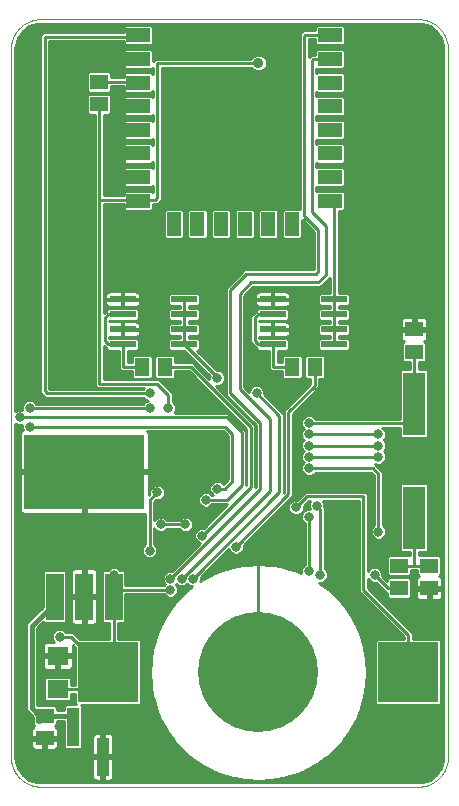
<source format=gtl>
G75*
%MOIN*%
%OFA0B0*%
%FSLAX25Y25*%
%IPPOS*%
%LPD*%
%AMOC8*
5,1,8,0,0,1.08239X$1,22.5*
%
%ADD10C,0.00000*%
%ADD11R,0.05906X0.05118*%
%ADD12R,0.07874X0.04724*%
%ADD13R,0.04724X0.07874*%
%ADD14R,0.08661X0.02362*%
%ADD15R,0.05906X0.15748*%
%ADD16R,0.40000X0.25000*%
%ADD17R,0.07600X0.21000*%
%ADD18R,0.05118X0.05906*%
%ADD19R,0.07087X0.06299*%
%ADD20C,0.40000*%
%ADD21R,0.20000X0.20000*%
%ADD22R,0.04000X0.13000*%
%ADD23C,0.01000*%
%ADD24C,0.03169*%
%ADD25C,0.03562*%
%ADD26C,0.01600*%
D10*
X0003211Y0011500D02*
X0003211Y0247406D01*
X0003214Y0247648D01*
X0003223Y0247889D01*
X0003237Y0248130D01*
X0003258Y0248371D01*
X0003284Y0248611D01*
X0003316Y0248851D01*
X0003354Y0249090D01*
X0003397Y0249327D01*
X0003447Y0249564D01*
X0003502Y0249799D01*
X0003562Y0250033D01*
X0003629Y0250265D01*
X0003700Y0250496D01*
X0003778Y0250725D01*
X0003861Y0250952D01*
X0003949Y0251177D01*
X0004043Y0251400D01*
X0004142Y0251620D01*
X0004247Y0251838D01*
X0004356Y0252053D01*
X0004471Y0252266D01*
X0004591Y0252476D01*
X0004716Y0252682D01*
X0004846Y0252886D01*
X0004981Y0253087D01*
X0005121Y0253284D01*
X0005265Y0253478D01*
X0005414Y0253668D01*
X0005568Y0253854D01*
X0005726Y0254037D01*
X0005888Y0254216D01*
X0006055Y0254391D01*
X0006226Y0254562D01*
X0006401Y0254729D01*
X0006580Y0254891D01*
X0006763Y0255049D01*
X0006949Y0255203D01*
X0007139Y0255352D01*
X0007333Y0255496D01*
X0007530Y0255636D01*
X0007731Y0255771D01*
X0007935Y0255901D01*
X0008141Y0256026D01*
X0008351Y0256146D01*
X0008564Y0256261D01*
X0008779Y0256370D01*
X0008997Y0256475D01*
X0009217Y0256574D01*
X0009440Y0256668D01*
X0009665Y0256756D01*
X0009892Y0256839D01*
X0010121Y0256917D01*
X0010352Y0256988D01*
X0010584Y0257055D01*
X0010818Y0257115D01*
X0011053Y0257170D01*
X0011290Y0257220D01*
X0011527Y0257263D01*
X0011766Y0257301D01*
X0012006Y0257333D01*
X0012246Y0257359D01*
X0012487Y0257380D01*
X0012728Y0257394D01*
X0012969Y0257403D01*
X0013211Y0257406D01*
X0138880Y0257406D01*
X0139122Y0257403D01*
X0139363Y0257394D01*
X0139604Y0257380D01*
X0139845Y0257359D01*
X0140085Y0257333D01*
X0140325Y0257301D01*
X0140564Y0257263D01*
X0140801Y0257220D01*
X0141038Y0257170D01*
X0141273Y0257115D01*
X0141507Y0257055D01*
X0141739Y0256988D01*
X0141970Y0256917D01*
X0142199Y0256839D01*
X0142426Y0256756D01*
X0142651Y0256668D01*
X0142874Y0256574D01*
X0143094Y0256475D01*
X0143312Y0256370D01*
X0143527Y0256261D01*
X0143740Y0256146D01*
X0143950Y0256026D01*
X0144156Y0255901D01*
X0144360Y0255771D01*
X0144561Y0255636D01*
X0144758Y0255496D01*
X0144952Y0255352D01*
X0145142Y0255203D01*
X0145328Y0255049D01*
X0145511Y0254891D01*
X0145690Y0254729D01*
X0145865Y0254562D01*
X0146036Y0254391D01*
X0146203Y0254216D01*
X0146365Y0254037D01*
X0146523Y0253854D01*
X0146677Y0253668D01*
X0146826Y0253478D01*
X0146970Y0253284D01*
X0147110Y0253087D01*
X0147245Y0252886D01*
X0147375Y0252682D01*
X0147500Y0252476D01*
X0147620Y0252266D01*
X0147735Y0252053D01*
X0147844Y0251838D01*
X0147949Y0251620D01*
X0148048Y0251400D01*
X0148142Y0251177D01*
X0148230Y0250952D01*
X0148313Y0250725D01*
X0148391Y0250496D01*
X0148462Y0250265D01*
X0148529Y0250033D01*
X0148589Y0249799D01*
X0148644Y0249564D01*
X0148694Y0249327D01*
X0148737Y0249090D01*
X0148775Y0248851D01*
X0148807Y0248611D01*
X0148833Y0248371D01*
X0148854Y0248130D01*
X0148868Y0247889D01*
X0148877Y0247648D01*
X0148880Y0247406D01*
X0148880Y0011500D01*
X0148877Y0011258D01*
X0148868Y0011017D01*
X0148854Y0010776D01*
X0148833Y0010535D01*
X0148807Y0010295D01*
X0148775Y0010055D01*
X0148737Y0009816D01*
X0148694Y0009579D01*
X0148644Y0009342D01*
X0148589Y0009107D01*
X0148529Y0008873D01*
X0148462Y0008641D01*
X0148391Y0008410D01*
X0148313Y0008181D01*
X0148230Y0007954D01*
X0148142Y0007729D01*
X0148048Y0007506D01*
X0147949Y0007286D01*
X0147844Y0007068D01*
X0147735Y0006853D01*
X0147620Y0006640D01*
X0147500Y0006430D01*
X0147375Y0006224D01*
X0147245Y0006020D01*
X0147110Y0005819D01*
X0146970Y0005622D01*
X0146826Y0005428D01*
X0146677Y0005238D01*
X0146523Y0005052D01*
X0146365Y0004869D01*
X0146203Y0004690D01*
X0146036Y0004515D01*
X0145865Y0004344D01*
X0145690Y0004177D01*
X0145511Y0004015D01*
X0145328Y0003857D01*
X0145142Y0003703D01*
X0144952Y0003554D01*
X0144758Y0003410D01*
X0144561Y0003270D01*
X0144360Y0003135D01*
X0144156Y0003005D01*
X0143950Y0002880D01*
X0143740Y0002760D01*
X0143527Y0002645D01*
X0143312Y0002536D01*
X0143094Y0002431D01*
X0142874Y0002332D01*
X0142651Y0002238D01*
X0142426Y0002150D01*
X0142199Y0002067D01*
X0141970Y0001989D01*
X0141739Y0001918D01*
X0141507Y0001851D01*
X0141273Y0001791D01*
X0141038Y0001736D01*
X0140801Y0001686D01*
X0140564Y0001643D01*
X0140325Y0001605D01*
X0140085Y0001573D01*
X0139845Y0001547D01*
X0139604Y0001526D01*
X0139363Y0001512D01*
X0139122Y0001503D01*
X0138880Y0001500D01*
X0013211Y0001500D01*
X0012969Y0001503D01*
X0012728Y0001512D01*
X0012487Y0001526D01*
X0012246Y0001547D01*
X0012006Y0001573D01*
X0011766Y0001605D01*
X0011527Y0001643D01*
X0011290Y0001686D01*
X0011053Y0001736D01*
X0010818Y0001791D01*
X0010584Y0001851D01*
X0010352Y0001918D01*
X0010121Y0001989D01*
X0009892Y0002067D01*
X0009665Y0002150D01*
X0009440Y0002238D01*
X0009217Y0002332D01*
X0008997Y0002431D01*
X0008779Y0002536D01*
X0008564Y0002645D01*
X0008351Y0002760D01*
X0008141Y0002880D01*
X0007935Y0003005D01*
X0007731Y0003135D01*
X0007530Y0003270D01*
X0007333Y0003410D01*
X0007139Y0003554D01*
X0006949Y0003703D01*
X0006763Y0003857D01*
X0006580Y0004015D01*
X0006401Y0004177D01*
X0006226Y0004344D01*
X0006055Y0004515D01*
X0005888Y0004690D01*
X0005726Y0004869D01*
X0005568Y0005052D01*
X0005414Y0005238D01*
X0005265Y0005428D01*
X0005121Y0005622D01*
X0004981Y0005819D01*
X0004846Y0006020D01*
X0004716Y0006224D01*
X0004591Y0006430D01*
X0004471Y0006640D01*
X0004356Y0006853D01*
X0004247Y0007068D01*
X0004142Y0007286D01*
X0004043Y0007506D01*
X0003949Y0007729D01*
X0003861Y0007954D01*
X0003778Y0008181D01*
X0003700Y0008410D01*
X0003629Y0008641D01*
X0003562Y0008873D01*
X0003502Y0009107D01*
X0003447Y0009342D01*
X0003397Y0009579D01*
X0003354Y0009816D01*
X0003316Y0010055D01*
X0003284Y0010295D01*
X0003258Y0010535D01*
X0003237Y0010776D01*
X0003223Y0011017D01*
X0003214Y0011258D01*
X0003211Y0011500D01*
D11*
X0014461Y0017760D03*
X0014461Y0025240D03*
X0032586Y0229010D03*
X0032586Y0236490D03*
X0132586Y0075240D03*
X0132586Y0067760D03*
X0142586Y0067760D03*
X0142586Y0075240D03*
X0137586Y0146510D03*
X0137586Y0153990D03*
D12*
X0109491Y0196874D03*
X0109491Y0204748D03*
X0109491Y0212622D03*
X0109491Y0220496D03*
X0109491Y0228370D03*
X0109491Y0236244D03*
X0109491Y0244118D03*
X0109491Y0251992D03*
X0045711Y0251992D03*
X0045711Y0244118D03*
X0045711Y0236244D03*
X0045711Y0228370D03*
X0045711Y0220496D03*
X0045711Y0212622D03*
X0045711Y0204748D03*
X0045711Y0196874D03*
D13*
X0057522Y0189000D03*
X0065396Y0189000D03*
X0073270Y0189000D03*
X0081144Y0189000D03*
X0089018Y0189000D03*
X0096892Y0189000D03*
D14*
X0090475Y0164000D03*
X0090475Y0159000D03*
X0090475Y0154000D03*
X0090475Y0149000D03*
X0110947Y0149000D03*
X0110947Y0154000D03*
X0110947Y0159000D03*
X0110947Y0164000D03*
X0060947Y0164000D03*
X0060947Y0159000D03*
X0060947Y0154000D03*
X0060947Y0149000D03*
X0040475Y0149000D03*
X0040475Y0154000D03*
X0040475Y0159000D03*
X0040475Y0164000D03*
D15*
X0037429Y0064925D03*
X0027586Y0064925D03*
X0017744Y0064925D03*
D16*
X0027586Y0106500D03*
D17*
X0137586Y0091250D03*
X0137586Y0129250D03*
D18*
X0104451Y0141500D03*
X0096971Y0141500D03*
X0054451Y0141500D03*
X0046971Y0141500D03*
D19*
X0018836Y0045137D03*
X0018836Y0034113D03*
D20*
X0085711Y0039625D03*
D21*
X0035711Y0039625D03*
X0135711Y0039625D03*
D22*
X0033836Y0011500D03*
X0023836Y0021500D03*
D23*
X0005638Y0007641D02*
X0007201Y0005490D01*
X0009352Y0003926D01*
X0011881Y0003105D01*
X0013211Y0003000D01*
X0138880Y0003000D01*
X0140210Y0003105D01*
X0142739Y0003926D01*
X0144891Y0005490D01*
X0146454Y0007641D01*
X0147276Y0010170D01*
X0147380Y0011500D01*
X0147380Y0247405D01*
X0147276Y0248735D01*
X0146454Y0251264D01*
X0144891Y0253416D01*
X0142739Y0254979D01*
X0140210Y0255801D01*
X0138880Y0255906D01*
X0013211Y0255906D01*
X0011881Y0255801D01*
X0009352Y0254979D01*
X0007201Y0253416D01*
X0005638Y0251264D01*
X0004816Y0248735D01*
X0004711Y0247406D01*
X0004711Y0126655D01*
X0004872Y0126816D01*
X0005822Y0127209D01*
X0006850Y0127209D01*
X0006896Y0127190D01*
X0006877Y0127236D01*
X0006877Y0128264D01*
X0007270Y0129214D01*
X0007997Y0129941D01*
X0008947Y0130334D01*
X0009975Y0130334D01*
X0010925Y0129941D01*
X0011616Y0129250D01*
X0047306Y0129250D01*
X0047997Y0129941D01*
X0048744Y0130250D01*
X0047997Y0130559D01*
X0047306Y0131250D01*
X0014465Y0131250D01*
X0013586Y0132129D01*
X0012961Y0132754D01*
X0012961Y0252121D01*
X0013840Y0253000D01*
X0040774Y0253000D01*
X0040774Y0254769D01*
X0041360Y0255354D01*
X0050062Y0255354D01*
X0050648Y0254769D01*
X0050648Y0249216D01*
X0050062Y0248630D01*
X0041360Y0248630D01*
X0040774Y0249216D01*
X0040774Y0250000D01*
X0015961Y0250000D01*
X0015961Y0134250D01*
X0047306Y0134250D01*
X0047431Y0134375D01*
X0031965Y0134375D01*
X0031086Y0135254D01*
X0031086Y0225451D01*
X0029219Y0225451D01*
X0028633Y0226037D01*
X0028633Y0231983D01*
X0029219Y0232569D01*
X0035953Y0232569D01*
X0036539Y0231983D01*
X0036539Y0226037D01*
X0035953Y0225451D01*
X0034086Y0225451D01*
X0034086Y0198625D01*
X0040774Y0198625D01*
X0040774Y0199650D01*
X0041360Y0200236D01*
X0050062Y0200236D01*
X0050461Y0199837D01*
X0050461Y0201785D01*
X0050062Y0201386D01*
X0041360Y0201386D01*
X0040774Y0201972D01*
X0040774Y0207524D01*
X0041360Y0208110D01*
X0050062Y0208110D01*
X0050461Y0207711D01*
X0050461Y0209659D01*
X0050062Y0209260D01*
X0041360Y0209260D01*
X0040774Y0209846D01*
X0040774Y0215398D01*
X0041360Y0215984D01*
X0050062Y0215984D01*
X0050461Y0215585D01*
X0050461Y0217533D01*
X0050062Y0217134D01*
X0041360Y0217134D01*
X0040774Y0217720D01*
X0040774Y0223272D01*
X0041360Y0223858D01*
X0050062Y0223858D01*
X0050461Y0223459D01*
X0050461Y0225407D01*
X0050062Y0225008D01*
X0041360Y0225008D01*
X0040774Y0225594D01*
X0040774Y0231146D01*
X0041360Y0231732D01*
X0050062Y0231732D01*
X0050461Y0231333D01*
X0050461Y0233281D01*
X0050062Y0232882D01*
X0041360Y0232882D01*
X0040774Y0233468D01*
X0040774Y0234990D01*
X0036539Y0234990D01*
X0036539Y0233517D01*
X0035953Y0232931D01*
X0029219Y0232931D01*
X0028633Y0233517D01*
X0028633Y0239463D01*
X0029219Y0240049D01*
X0035953Y0240049D01*
X0036539Y0239463D01*
X0036539Y0237990D01*
X0040774Y0237990D01*
X0040774Y0239021D01*
X0041360Y0239606D01*
X0050062Y0239606D01*
X0050461Y0239207D01*
X0050461Y0241155D01*
X0050062Y0240756D01*
X0041360Y0240756D01*
X0040774Y0241342D01*
X0040774Y0246895D01*
X0041360Y0247480D01*
X0050062Y0247480D01*
X0050648Y0246895D01*
X0050648Y0243558D01*
X0051340Y0244250D01*
X0083322Y0244250D01*
X0083353Y0244325D01*
X0084136Y0245108D01*
X0085158Y0245531D01*
X0086264Y0245531D01*
X0087286Y0245108D01*
X0088069Y0244325D01*
X0088492Y0243303D01*
X0088492Y0242197D01*
X0088069Y0241175D01*
X0087286Y0240392D01*
X0086264Y0239969D01*
X0085158Y0239969D01*
X0084136Y0240392D01*
X0083353Y0241175D01*
X0083322Y0241250D01*
X0053461Y0241250D01*
X0053461Y0197129D01*
X0052582Y0196250D01*
X0051957Y0195625D01*
X0050648Y0195625D01*
X0050648Y0194098D01*
X0050062Y0193512D01*
X0041360Y0193512D01*
X0040774Y0194098D01*
X0040774Y0195625D01*
X0034086Y0195625D01*
X0034086Y0159496D01*
X0035090Y0160500D01*
X0035144Y0160500D01*
X0035144Y0160595D01*
X0035730Y0161181D01*
X0045220Y0161181D01*
X0045806Y0160595D01*
X0045806Y0157405D01*
X0045220Y0156819D01*
X0035961Y0156819D01*
X0035961Y0156681D01*
X0040384Y0156681D01*
X0040384Y0154091D01*
X0040565Y0154091D01*
X0040565Y0156681D01*
X0045003Y0156681D01*
X0045385Y0156579D01*
X0045727Y0156381D01*
X0046006Y0156102D01*
X0046203Y0155760D01*
X0046306Y0155379D01*
X0046306Y0154091D01*
X0040566Y0154091D01*
X0040566Y0153909D01*
X0046306Y0153909D01*
X0046306Y0152621D01*
X0046203Y0152240D01*
X0046006Y0151898D01*
X0045727Y0151619D01*
X0045385Y0151421D01*
X0045003Y0151319D01*
X0040565Y0151319D01*
X0040565Y0153909D01*
X0040384Y0153909D01*
X0040384Y0151319D01*
X0035961Y0151319D01*
X0035961Y0151181D01*
X0045220Y0151181D01*
X0045806Y0150595D01*
X0045806Y0147405D01*
X0045220Y0146819D01*
X0042211Y0146819D01*
X0042211Y0143000D01*
X0043412Y0143000D01*
X0043412Y0144867D01*
X0043998Y0145453D01*
X0049944Y0145453D01*
X0050530Y0144867D01*
X0050530Y0138133D01*
X0049944Y0137547D01*
X0043998Y0137547D01*
X0043412Y0138133D01*
X0043412Y0140000D01*
X0040090Y0140000D01*
X0039211Y0140879D01*
X0039211Y0146819D01*
X0035730Y0146819D01*
X0035144Y0147405D01*
X0035144Y0147500D01*
X0035090Y0147500D01*
X0034086Y0148504D01*
X0034086Y0137375D01*
X0052582Y0137375D01*
X0056332Y0133625D01*
X0057211Y0132746D01*
X0057211Y0129905D01*
X0057902Y0129214D01*
X0058295Y0128264D01*
X0058295Y0127236D01*
X0057902Y0126286D01*
X0057741Y0126125D01*
X0075707Y0126125D01*
X0076586Y0125246D01*
X0081586Y0120246D01*
X0081586Y0101996D01*
X0081711Y0102121D01*
X0081711Y0120879D01*
X0062590Y0140000D01*
X0058010Y0140000D01*
X0058010Y0138133D01*
X0057425Y0137547D01*
X0051478Y0137547D01*
X0050892Y0138133D01*
X0050892Y0144867D01*
X0051478Y0145453D01*
X0057425Y0145453D01*
X0058010Y0144867D01*
X0058010Y0143000D01*
X0063832Y0143000D01*
X0064711Y0142121D01*
X0069377Y0137456D01*
X0069377Y0138264D01*
X0069431Y0138395D01*
X0061007Y0146819D01*
X0056202Y0146819D01*
X0055617Y0147405D01*
X0055617Y0150595D01*
X0056202Y0151181D01*
X0059447Y0151181D01*
X0059447Y0151819D01*
X0056202Y0151819D01*
X0055617Y0152405D01*
X0055617Y0155595D01*
X0056202Y0156181D01*
X0059447Y0156181D01*
X0059447Y0156819D01*
X0056202Y0156819D01*
X0055617Y0157405D01*
X0055617Y0160595D01*
X0056202Y0161181D01*
X0059447Y0161181D01*
X0059447Y0161819D01*
X0056202Y0161819D01*
X0055617Y0162405D01*
X0055617Y0165595D01*
X0056202Y0166181D01*
X0065692Y0166181D01*
X0066278Y0165595D01*
X0066278Y0162405D01*
X0065692Y0161819D01*
X0062447Y0161819D01*
X0062447Y0161181D01*
X0065692Y0161181D01*
X0066278Y0160595D01*
X0066278Y0157405D01*
X0065692Y0156819D01*
X0062447Y0156819D01*
X0062447Y0156181D01*
X0065692Y0156181D01*
X0066278Y0155595D01*
X0066278Y0152405D01*
X0065692Y0151819D01*
X0062447Y0151819D01*
X0062447Y0151181D01*
X0065692Y0151181D01*
X0066278Y0150595D01*
X0066278Y0147405D01*
X0065692Y0146819D01*
X0065250Y0146819D01*
X0071734Y0140334D01*
X0072475Y0140334D01*
X0073425Y0139941D01*
X0074152Y0139214D01*
X0074545Y0138264D01*
X0074545Y0137236D01*
X0074152Y0136286D01*
X0073425Y0135559D01*
X0072475Y0135166D01*
X0071667Y0135166D01*
X0084711Y0122121D01*
X0084711Y0101371D01*
X0084836Y0101496D01*
X0084836Y0122129D01*
X0075715Y0131250D01*
X0074836Y0132129D01*
X0074836Y0167746D01*
X0080149Y0173059D01*
X0081027Y0173937D01*
X0104152Y0173937D01*
X0104211Y0173996D01*
X0104211Y0186504D01*
X0100402Y0190312D01*
X0100254Y0190460D01*
X0100254Y0184649D01*
X0099669Y0184063D01*
X0094116Y0184063D01*
X0093530Y0184649D01*
X0093530Y0193351D01*
X0094116Y0193937D01*
X0099524Y0193937D01*
X0099524Y0252434D01*
X0100715Y0253625D01*
X0104554Y0253625D01*
X0104554Y0254769D01*
X0105139Y0255354D01*
X0113842Y0255354D01*
X0114428Y0254769D01*
X0114428Y0249216D01*
X0113842Y0248630D01*
X0105139Y0248630D01*
X0104554Y0249216D01*
X0104554Y0250625D01*
X0102524Y0250625D01*
X0102524Y0244809D01*
X0102902Y0245187D01*
X0103215Y0245500D01*
X0104554Y0245500D01*
X0104554Y0246895D01*
X0105139Y0247480D01*
X0113842Y0247480D01*
X0114428Y0246895D01*
X0114428Y0241342D01*
X0113842Y0240756D01*
X0105139Y0240756D01*
X0105024Y0240872D01*
X0105024Y0239490D01*
X0105139Y0239606D01*
X0113842Y0239606D01*
X0114428Y0239021D01*
X0114428Y0233468D01*
X0113842Y0232882D01*
X0105139Y0232882D01*
X0105024Y0232998D01*
X0105024Y0231616D01*
X0105139Y0231732D01*
X0113842Y0231732D01*
X0114428Y0231146D01*
X0114428Y0225594D01*
X0113842Y0225008D01*
X0105139Y0225008D01*
X0105024Y0225124D01*
X0105024Y0223742D01*
X0105139Y0223858D01*
X0113842Y0223858D01*
X0114428Y0223272D01*
X0114428Y0217720D01*
X0113842Y0217134D01*
X0105139Y0217134D01*
X0105024Y0217250D01*
X0105024Y0215868D01*
X0105139Y0215984D01*
X0113842Y0215984D01*
X0114428Y0215398D01*
X0114428Y0209846D01*
X0113842Y0209260D01*
X0105139Y0209260D01*
X0105024Y0209376D01*
X0105024Y0207994D01*
X0105139Y0208110D01*
X0113842Y0208110D01*
X0114428Y0207524D01*
X0114428Y0201972D01*
X0113842Y0201386D01*
X0105139Y0201386D01*
X0105024Y0201502D01*
X0105024Y0200120D01*
X0105139Y0200236D01*
X0113842Y0200236D01*
X0114428Y0199650D01*
X0114428Y0194098D01*
X0113842Y0193512D01*
X0112447Y0193512D01*
X0112447Y0166181D01*
X0115692Y0166181D01*
X0116278Y0165595D01*
X0116278Y0162405D01*
X0115692Y0161819D01*
X0112447Y0161819D01*
X0112447Y0161181D01*
X0115692Y0161181D01*
X0116278Y0160595D01*
X0116278Y0157405D01*
X0115692Y0156819D01*
X0112447Y0156819D01*
X0112447Y0156181D01*
X0115692Y0156181D01*
X0116278Y0155595D01*
X0116278Y0152405D01*
X0115692Y0151819D01*
X0112447Y0151819D01*
X0112447Y0151181D01*
X0115692Y0151181D01*
X0116278Y0150595D01*
X0116278Y0147405D01*
X0115692Y0146819D01*
X0106202Y0146819D01*
X0105617Y0147405D01*
X0105617Y0150595D01*
X0106202Y0151181D01*
X0109447Y0151181D01*
X0109447Y0151819D01*
X0106202Y0151819D01*
X0105617Y0152405D01*
X0105617Y0155595D01*
X0106202Y0156181D01*
X0109447Y0156181D01*
X0109447Y0156819D01*
X0106202Y0156819D01*
X0105617Y0157405D01*
X0105617Y0160595D01*
X0106202Y0161181D01*
X0109447Y0161181D01*
X0109447Y0161819D01*
X0106202Y0161819D01*
X0105617Y0162405D01*
X0105617Y0165595D01*
X0106202Y0166181D01*
X0109447Y0166181D01*
X0109447Y0171240D01*
X0106332Y0168125D01*
X0083832Y0168125D01*
X0080961Y0165254D01*
X0080961Y0134621D01*
X0082502Y0133081D01*
X0082502Y0133264D01*
X0082895Y0134214D01*
X0083622Y0134941D01*
X0084572Y0135334D01*
X0085600Y0135334D01*
X0086550Y0134941D01*
X0087277Y0134214D01*
X0087670Y0133264D01*
X0087670Y0132287D01*
X0094086Y0125871D01*
X0094086Y0099496D01*
X0094211Y0099621D01*
X0094211Y0127121D01*
X0102951Y0135861D01*
X0102951Y0137547D01*
X0101478Y0137547D01*
X0100892Y0138133D01*
X0100892Y0144867D01*
X0101478Y0145453D01*
X0107425Y0145453D01*
X0108010Y0144867D01*
X0108010Y0138133D01*
X0107425Y0137547D01*
X0105951Y0137547D01*
X0105951Y0134619D01*
X0097211Y0125879D01*
X0097211Y0098379D01*
X0096332Y0097500D01*
X0080795Y0081963D01*
X0080795Y0080986D01*
X0080402Y0080036D01*
X0079675Y0079309D01*
X0078725Y0078916D01*
X0077697Y0078916D01*
X0076747Y0079309D01*
X0076020Y0080036D01*
X0075756Y0080674D01*
X0066420Y0071338D01*
X0066420Y0070361D01*
X0066356Y0070206D01*
X0066460Y0070263D01*
X0066679Y0070418D01*
X0066727Y0070410D01*
X0069745Y0072079D01*
X0069763Y0072123D01*
X0070011Y0072226D01*
X0070246Y0072356D01*
X0070293Y0072342D01*
X0073479Y0073662D01*
X0073502Y0073704D01*
X0073760Y0073779D01*
X0074008Y0073881D01*
X0074053Y0073863D01*
X0077367Y0074818D01*
X0077395Y0074857D01*
X0077659Y0074902D01*
X0077917Y0074976D01*
X0077960Y0074953D01*
X0081360Y0075531D01*
X0081392Y0075567D01*
X0081660Y0075582D01*
X0081925Y0075627D01*
X0081964Y0075599D01*
X0085407Y0075792D01*
X0085443Y0075824D01*
X0085711Y0075809D01*
X0085979Y0075824D01*
X0086015Y0075792D01*
X0089458Y0075599D01*
X0089498Y0075627D01*
X0089762Y0075582D01*
X0090031Y0075567D01*
X0090063Y0075531D01*
X0093463Y0074953D01*
X0093505Y0074976D01*
X0093763Y0074902D01*
X0094028Y0074857D01*
X0094056Y0074818D01*
X0097369Y0073863D01*
X0097414Y0073881D01*
X0097662Y0073779D01*
X0097920Y0073704D01*
X0097943Y0073662D01*
X0100028Y0072799D01*
X0100002Y0072861D01*
X0100002Y0073889D01*
X0100395Y0074839D01*
X0101086Y0075530D01*
X0101086Y0089345D01*
X0100395Y0090036D01*
X0100002Y0090986D01*
X0100002Y0092014D01*
X0100395Y0092964D01*
X0101122Y0093691D01*
X0102072Y0094084D01*
X0102772Y0094084D01*
X0102502Y0094736D01*
X0102502Y0095764D01*
X0102895Y0096714D01*
X0103056Y0096875D01*
X0102582Y0096875D01*
X0100795Y0095088D01*
X0100795Y0094111D01*
X0100402Y0093161D01*
X0099675Y0092434D01*
X0098725Y0092041D01*
X0097697Y0092041D01*
X0096747Y0092434D01*
X0096020Y0093161D01*
X0095627Y0094111D01*
X0095627Y0095139D01*
X0096020Y0096089D01*
X0096747Y0096816D01*
X0097697Y0097209D01*
X0098674Y0097209D01*
X0101340Y0099875D01*
X0121332Y0099875D01*
X0122211Y0098996D01*
X0122211Y0073446D01*
X0122270Y0073589D01*
X0122997Y0074316D01*
X0123947Y0074709D01*
X0124975Y0074709D01*
X0125925Y0074316D01*
X0126652Y0073589D01*
X0127045Y0072639D01*
X0127045Y0071662D01*
X0128633Y0070074D01*
X0128633Y0070733D01*
X0129219Y0071319D01*
X0135953Y0071319D01*
X0136539Y0070733D01*
X0136539Y0064787D01*
X0135953Y0064201D01*
X0129219Y0064201D01*
X0128633Y0064787D01*
X0128633Y0066250D01*
X0128215Y0066250D01*
X0127336Y0067129D01*
X0124924Y0069541D01*
X0123947Y0069541D01*
X0122997Y0069934D01*
X0122270Y0070661D01*
X0122211Y0070804D01*
X0122211Y0067746D01*
X0136332Y0053625D01*
X0137211Y0052746D01*
X0137211Y0050625D01*
X0146125Y0050625D01*
X0146711Y0050039D01*
X0146711Y0029211D01*
X0146125Y0028625D01*
X0125297Y0028625D01*
X0124711Y0029211D01*
X0124711Y0050039D01*
X0125297Y0050625D01*
X0134211Y0050625D01*
X0134211Y0051504D01*
X0119211Y0066504D01*
X0119211Y0096875D01*
X0107116Y0096875D01*
X0107277Y0096714D01*
X0107670Y0095764D01*
X0107670Y0094787D01*
X0107836Y0094621D01*
X0107836Y0074280D01*
X0108527Y0073589D01*
X0108920Y0072639D01*
X0108920Y0071611D01*
X0108527Y0070661D01*
X0107800Y0069934D01*
X0106850Y0069541D01*
X0105980Y0069541D01*
X0108023Y0068091D01*
X0108071Y0068094D01*
X0108272Y0067915D01*
X0108491Y0067760D01*
X0108499Y0067712D01*
X0111070Y0065414D01*
X0111118Y0065411D01*
X0111297Y0065211D01*
X0111497Y0065032D01*
X0111500Y0064984D01*
X0113798Y0062413D01*
X0113846Y0062405D01*
X0114001Y0062186D01*
X0114180Y0061985D01*
X0114177Y0061937D01*
X0116173Y0059125D01*
X0116219Y0059111D01*
X0116349Y0058876D01*
X0116505Y0058657D01*
X0116497Y0058610D01*
X0118165Y0055591D01*
X0118209Y0055573D01*
X0118312Y0055325D01*
X0118442Y0055090D01*
X0118429Y0055043D01*
X0119748Y0051857D01*
X0119791Y0051834D01*
X0119865Y0051576D01*
X0119968Y0051328D01*
X0119949Y0051283D01*
X0120904Y0047969D01*
X0120943Y0047941D01*
X0120988Y0047677D01*
X0121062Y0047419D01*
X0121039Y0047376D01*
X0121617Y0043977D01*
X0121653Y0043944D01*
X0121668Y0043676D01*
X0121713Y0043412D01*
X0121685Y0043372D01*
X0121878Y0039929D01*
X0121910Y0039893D01*
X0121895Y0039625D01*
X0121910Y0039357D01*
X0121878Y0039321D01*
X0121685Y0035878D01*
X0121713Y0035838D01*
X0121668Y0035574D01*
X0121653Y0035306D01*
X0121617Y0035273D01*
X0121039Y0031874D01*
X0121062Y0031831D01*
X0120988Y0031573D01*
X0120943Y0031309D01*
X0120904Y0031281D01*
X0119949Y0027967D01*
X0119968Y0027922D01*
X0119865Y0027674D01*
X0119791Y0027416D01*
X0119748Y0027393D01*
X0118429Y0024207D01*
X0118442Y0024160D01*
X0118312Y0023925D01*
X0118209Y0023677D01*
X0118165Y0023659D01*
X0116497Y0020640D01*
X0116505Y0020593D01*
X0116349Y0020374D01*
X0116219Y0020139D01*
X0116173Y0020125D01*
X0114177Y0017313D01*
X0114180Y0017265D01*
X0114001Y0017064D01*
X0113846Y0016845D01*
X0113798Y0016837D01*
X0111500Y0014266D01*
X0111497Y0014218D01*
X0111297Y0014039D01*
X0111118Y0013839D01*
X0111070Y0013836D01*
X0108499Y0011538D01*
X0108491Y0011490D01*
X0108272Y0011335D01*
X0108071Y0011156D01*
X0108023Y0011159D01*
X0105211Y0009163D01*
X0105197Y0009117D01*
X0104962Y0008987D01*
X0104743Y0008832D01*
X0104696Y0008840D01*
X0101677Y0007171D01*
X0101659Y0007127D01*
X0101411Y0007024D01*
X0101176Y0006894D01*
X0101130Y0006908D01*
X0097943Y0005588D01*
X0097920Y0005546D01*
X0097662Y0005471D01*
X0097414Y0005369D01*
X0097369Y0005387D01*
X0094056Y0004432D01*
X0094028Y0004393D01*
X0093763Y0004348D01*
X0093505Y0004274D01*
X0093463Y0004297D01*
X0090063Y0003719D01*
X0090031Y0003683D01*
X0089762Y0003668D01*
X0089498Y0003623D01*
X0089458Y0003651D01*
X0086015Y0003458D01*
X0085979Y0003426D01*
X0085711Y0003441D01*
X0085443Y0003426D01*
X0085407Y0003458D01*
X0081964Y0003651D01*
X0081925Y0003623D01*
X0081660Y0003668D01*
X0081392Y0003683D01*
X0081360Y0003719D01*
X0077960Y0004297D01*
X0077917Y0004274D01*
X0077659Y0004348D01*
X0077395Y0004393D01*
X0077367Y0004432D01*
X0074053Y0005387D01*
X0074008Y0005369D01*
X0073760Y0005471D01*
X0073502Y0005546D01*
X0073479Y0005588D01*
X0070293Y0006908D01*
X0070246Y0006894D01*
X0070011Y0007024D01*
X0069763Y0007127D01*
X0069745Y0007171D01*
X0066727Y0008840D01*
X0066679Y0008832D01*
X0066460Y0008987D01*
X0066225Y0009117D01*
X0066212Y0009163D01*
X0063399Y0011159D01*
X0063351Y0011156D01*
X0063151Y0011335D01*
X0062932Y0011490D01*
X0062924Y0011538D01*
X0060352Y0013836D01*
X0060304Y0013839D01*
X0060125Y0014039D01*
X0059925Y0014218D01*
X0059922Y0014266D01*
X0057624Y0016837D01*
X0057577Y0016845D01*
X0057421Y0017064D01*
X0057242Y0017265D01*
X0057245Y0017313D01*
X0055249Y0020125D01*
X0055203Y0020139D01*
X0055073Y0020374D01*
X0054918Y0020593D01*
X0054926Y0020640D01*
X0053258Y0023659D01*
X0053213Y0023677D01*
X0053110Y0023925D01*
X0052980Y0024160D01*
X0052994Y0024207D01*
X0051674Y0027393D01*
X0051632Y0027416D01*
X0051557Y0027674D01*
X0051455Y0027922D01*
X0051473Y0027967D01*
X0050518Y0031281D01*
X0050479Y0031309D01*
X0050434Y0031573D01*
X0050360Y0031831D01*
X0050383Y0031874D01*
X0049805Y0035273D01*
X0049769Y0035306D01*
X0049754Y0035574D01*
X0049709Y0035838D01*
X0049737Y0035878D01*
X0049544Y0039321D01*
X0049512Y0039357D01*
X0049527Y0039625D01*
X0049512Y0039893D01*
X0049544Y0039929D01*
X0049737Y0043372D01*
X0049709Y0043412D01*
X0049754Y0043676D01*
X0049769Y0043944D01*
X0049805Y0043977D01*
X0050383Y0047376D01*
X0050360Y0047419D01*
X0050434Y0047677D01*
X0050479Y0047941D01*
X0050518Y0047969D01*
X0051473Y0051283D01*
X0051455Y0051328D01*
X0051557Y0051576D01*
X0051632Y0051834D01*
X0051674Y0051857D01*
X0052994Y0055043D01*
X0052980Y0055090D01*
X0053110Y0055325D01*
X0053213Y0055573D01*
X0053258Y0055591D01*
X0054926Y0058610D01*
X0054918Y0058657D01*
X0055073Y0058876D01*
X0055203Y0059111D01*
X0055249Y0059125D01*
X0057245Y0061937D01*
X0057242Y0061985D01*
X0057421Y0062186D01*
X0057577Y0062405D01*
X0057624Y0062413D01*
X0059922Y0064984D01*
X0059925Y0065032D01*
X0060125Y0065211D01*
X0060304Y0065411D01*
X0060352Y0065414D01*
X0062924Y0067712D01*
X0062932Y0067760D01*
X0063151Y0067915D01*
X0063351Y0068094D01*
X0063399Y0068091D01*
X0063680Y0068291D01*
X0063322Y0068291D01*
X0062372Y0068684D01*
X0061961Y0069095D01*
X0061550Y0068684D01*
X0060600Y0068291D01*
X0059572Y0068291D01*
X0058622Y0068684D01*
X0058211Y0069095D01*
X0058116Y0069000D01*
X0058527Y0068589D01*
X0058920Y0067639D01*
X0058920Y0066611D01*
X0058527Y0065661D01*
X0057800Y0064934D01*
X0056850Y0064541D01*
X0055822Y0064541D01*
X0054872Y0064934D01*
X0054181Y0065625D01*
X0041381Y0065625D01*
X0041381Y0056637D01*
X0040796Y0056051D01*
X0038929Y0056051D01*
X0038929Y0050625D01*
X0046125Y0050625D01*
X0046711Y0050039D01*
X0046711Y0029211D01*
X0046125Y0028625D01*
X0026625Y0028625D01*
X0026836Y0028414D01*
X0026836Y0014586D01*
X0026250Y0014000D01*
X0021422Y0014000D01*
X0020836Y0014586D01*
X0020836Y0023440D01*
X0018414Y0023440D01*
X0018414Y0022267D01*
X0017891Y0021744D01*
X0017993Y0021717D01*
X0018335Y0021519D01*
X0018614Y0021240D01*
X0018812Y0020898D01*
X0018914Y0020516D01*
X0018914Y0018260D01*
X0014961Y0018260D01*
X0014961Y0017260D01*
X0018914Y0017260D01*
X0018914Y0015003D01*
X0018812Y0014622D01*
X0018614Y0014280D01*
X0018335Y0014000D01*
X0017993Y0013803D01*
X0017611Y0013701D01*
X0014961Y0013701D01*
X0014961Y0017260D01*
X0013961Y0017260D01*
X0010008Y0017260D01*
X0010008Y0015003D01*
X0010111Y0014622D01*
X0010308Y0014280D01*
X0010587Y0014000D01*
X0010929Y0013803D01*
X0011311Y0013701D01*
X0013961Y0013701D01*
X0013961Y0017260D01*
X0013961Y0018260D01*
X0010008Y0018260D01*
X0010008Y0020516D01*
X0010111Y0020898D01*
X0010308Y0021240D01*
X0010587Y0021519D01*
X0010929Y0021717D01*
X0011031Y0021744D01*
X0010508Y0022267D01*
X0010508Y0024782D01*
X0008286Y0027004D01*
X0008286Y0055996D01*
X0013791Y0061500D01*
X0013791Y0073213D01*
X0014377Y0073799D01*
X0021111Y0073799D01*
X0021696Y0073213D01*
X0021696Y0056637D01*
X0021111Y0056051D01*
X0014377Y0056051D01*
X0013905Y0056523D01*
X0011886Y0054504D01*
X0011886Y0028799D01*
X0017828Y0028799D01*
X0018414Y0028213D01*
X0018414Y0027040D01*
X0020836Y0027040D01*
X0020836Y0028414D01*
X0021422Y0029000D01*
X0024922Y0029000D01*
X0024711Y0029211D01*
X0024711Y0032500D01*
X0023379Y0032500D01*
X0023379Y0030549D01*
X0022794Y0029964D01*
X0014879Y0029964D01*
X0014293Y0030549D01*
X0014293Y0037677D01*
X0014879Y0038263D01*
X0022794Y0038263D01*
X0023379Y0037677D01*
X0023379Y0035500D01*
X0024711Y0035500D01*
X0024711Y0047879D01*
X0023797Y0048793D01*
X0023879Y0048484D01*
X0023879Y0045637D01*
X0019336Y0045637D01*
X0019336Y0044637D01*
X0023879Y0044637D01*
X0023879Y0041790D01*
X0023777Y0041408D01*
X0023580Y0041066D01*
X0023300Y0040787D01*
X0022958Y0040589D01*
X0022577Y0040487D01*
X0019336Y0040487D01*
X0019336Y0044637D01*
X0018336Y0044637D01*
X0013793Y0044637D01*
X0013793Y0041790D01*
X0013895Y0041408D01*
X0014093Y0041066D01*
X0014372Y0040787D01*
X0014714Y0040589D01*
X0015095Y0040487D01*
X0018336Y0040487D01*
X0018336Y0044637D01*
X0018336Y0045637D01*
X0013793Y0045637D01*
X0013793Y0048484D01*
X0013895Y0048865D01*
X0014093Y0049207D01*
X0014372Y0049487D01*
X0014714Y0049684D01*
X0015095Y0049786D01*
X0017520Y0049786D01*
X0017270Y0050036D01*
X0016877Y0050986D01*
X0016877Y0052014D01*
X0017270Y0052964D01*
X0017997Y0053691D01*
X0018947Y0054084D01*
X0019975Y0054084D01*
X0020925Y0053691D01*
X0021616Y0053000D01*
X0023832Y0053000D01*
X0026207Y0050625D01*
X0035929Y0050625D01*
X0035929Y0056051D01*
X0034062Y0056051D01*
X0033476Y0056637D01*
X0033476Y0073213D01*
X0034062Y0073799D01*
X0035606Y0073799D01*
X0036122Y0074316D01*
X0037072Y0074709D01*
X0038100Y0074709D01*
X0039050Y0074316D01*
X0039567Y0073799D01*
X0040796Y0073799D01*
X0041381Y0073213D01*
X0041381Y0068625D01*
X0054181Y0068625D01*
X0054556Y0069000D01*
X0054145Y0069411D01*
X0053752Y0070361D01*
X0053752Y0071389D01*
X0054145Y0072339D01*
X0054872Y0073066D01*
X0055822Y0073459D01*
X0056799Y0073459D01*
X0066135Y0082795D01*
X0065497Y0083059D01*
X0064770Y0083786D01*
X0064377Y0084736D01*
X0064377Y0085764D01*
X0064770Y0086714D01*
X0065497Y0087441D01*
X0066447Y0087834D01*
X0067424Y0087834D01*
X0075215Y0095625D01*
X0070366Y0095625D01*
X0069675Y0094934D01*
X0068725Y0094541D01*
X0067697Y0094541D01*
X0066747Y0094934D01*
X0066020Y0095661D01*
X0065627Y0096611D01*
X0065627Y0097639D01*
X0066020Y0098589D01*
X0066747Y0099316D01*
X0067697Y0099709D01*
X0068725Y0099709D01*
X0069675Y0099316D01*
X0070366Y0098625D01*
X0070640Y0098625D01*
X0070497Y0098684D01*
X0069770Y0099411D01*
X0069377Y0100361D01*
X0069377Y0101389D01*
X0069770Y0102339D01*
X0070497Y0103066D01*
X0071447Y0103459D01*
X0072475Y0103459D01*
X0073425Y0103066D01*
X0073978Y0102513D01*
X0075461Y0103996D01*
X0075461Y0118379D01*
X0073840Y0120000D01*
X0048707Y0120000D01*
X0048786Y0119921D01*
X0048984Y0119579D01*
X0049086Y0119197D01*
X0049086Y0107000D01*
X0028086Y0107000D01*
X0028086Y0106000D01*
X0028086Y0092500D01*
X0047784Y0092500D01*
X0047961Y0092548D01*
X0047961Y0082405D01*
X0047270Y0081714D01*
X0046877Y0080764D01*
X0046877Y0079736D01*
X0047270Y0078786D01*
X0047997Y0078059D01*
X0048947Y0077666D01*
X0049975Y0077666D01*
X0050925Y0078059D01*
X0051652Y0078786D01*
X0052045Y0079736D01*
X0052045Y0080764D01*
X0051652Y0081714D01*
X0050961Y0082405D01*
X0050961Y0087679D01*
X0051020Y0087536D01*
X0051747Y0086809D01*
X0052697Y0086416D01*
X0053725Y0086416D01*
X0054675Y0086809D01*
X0055366Y0087500D01*
X0059181Y0087500D01*
X0059872Y0086809D01*
X0060822Y0086416D01*
X0061850Y0086416D01*
X0062800Y0086809D01*
X0063527Y0087536D01*
X0063920Y0088486D01*
X0063920Y0089514D01*
X0063527Y0090464D01*
X0062800Y0091191D01*
X0061850Y0091584D01*
X0060822Y0091584D01*
X0059872Y0091191D01*
X0059181Y0090500D01*
X0055366Y0090500D01*
X0054675Y0091191D01*
X0053725Y0091584D01*
X0052697Y0091584D01*
X0051747Y0091191D01*
X0051020Y0090464D01*
X0050961Y0090321D01*
X0050961Y0096504D01*
X0051498Y0097041D01*
X0052475Y0097041D01*
X0053425Y0097434D01*
X0054152Y0098161D01*
X0054545Y0099111D01*
X0054545Y0100139D01*
X0054152Y0101089D01*
X0053425Y0101816D01*
X0052475Y0102209D01*
X0051447Y0102209D01*
X0050497Y0101816D01*
X0049770Y0101089D01*
X0049377Y0100139D01*
X0049377Y0099162D01*
X0049086Y0098871D01*
X0049086Y0106000D01*
X0028086Y0106000D01*
X0027086Y0106000D01*
X0006086Y0106000D01*
X0006086Y0093803D01*
X0006188Y0093421D01*
X0006386Y0093079D01*
X0006665Y0092800D01*
X0007007Y0092602D01*
X0007389Y0092500D01*
X0027086Y0092500D01*
X0027086Y0106000D01*
X0027086Y0107000D01*
X0006086Y0107000D01*
X0006086Y0119197D01*
X0006188Y0119579D01*
X0006386Y0119921D01*
X0006665Y0120200D01*
X0007007Y0120398D01*
X0007109Y0120425D01*
X0006877Y0120986D01*
X0006877Y0122014D01*
X0006896Y0122060D01*
X0006850Y0122041D01*
X0005822Y0122041D01*
X0004872Y0122434D01*
X0004711Y0122595D01*
X0004711Y0011500D01*
X0004816Y0010170D01*
X0005638Y0007641D01*
X0005747Y0007491D02*
X0030336Y0007491D01*
X0030336Y0006493D02*
X0006472Y0006493D01*
X0007197Y0005494D02*
X0030336Y0005494D01*
X0030336Y0004803D02*
X0030438Y0004421D01*
X0030636Y0004079D01*
X0030915Y0003800D01*
X0031257Y0003602D01*
X0031639Y0003500D01*
X0033336Y0003500D01*
X0033336Y0011000D01*
X0030336Y0011000D01*
X0030336Y0004803D01*
X0030418Y0004496D02*
X0008569Y0004496D01*
X0010674Y0003497D02*
X0084709Y0003497D01*
X0086713Y0003497D02*
X0141418Y0003497D01*
X0143523Y0004496D02*
X0094275Y0004496D01*
X0097741Y0005494D02*
X0144894Y0005494D01*
X0145620Y0006493D02*
X0100128Y0006493D01*
X0102256Y0007491D02*
X0146345Y0007491D01*
X0146730Y0008490D02*
X0104062Y0008490D01*
X0105669Y0009488D02*
X0147054Y0009488D01*
X0147301Y0010487D02*
X0107076Y0010487D01*
X0108483Y0011485D02*
X0147379Y0011485D01*
X0147380Y0012484D02*
X0109557Y0012484D01*
X0110674Y0013482D02*
X0147380Y0013482D01*
X0147380Y0014481D02*
X0111692Y0014481D01*
X0112584Y0015479D02*
X0147380Y0015479D01*
X0147380Y0016478D02*
X0113477Y0016478D01*
X0114293Y0017476D02*
X0147380Y0017476D01*
X0147380Y0018475D02*
X0115002Y0018475D01*
X0115710Y0019473D02*
X0147380Y0019473D01*
X0147380Y0020472D02*
X0116419Y0020472D01*
X0116955Y0021470D02*
X0147380Y0021470D01*
X0147380Y0022469D02*
X0117507Y0022469D01*
X0118059Y0023467D02*
X0147380Y0023467D01*
X0147380Y0024466D02*
X0118536Y0024466D01*
X0118949Y0025464D02*
X0147380Y0025464D01*
X0147380Y0026463D02*
X0119363Y0026463D01*
X0119804Y0027461D02*
X0147380Y0027461D01*
X0147380Y0028460D02*
X0120091Y0028460D01*
X0120379Y0029458D02*
X0124711Y0029458D01*
X0124711Y0030457D02*
X0120667Y0030457D01*
X0120968Y0031455D02*
X0124711Y0031455D01*
X0124711Y0032454D02*
X0121138Y0032454D01*
X0121307Y0033452D02*
X0124711Y0033452D01*
X0124711Y0034451D02*
X0121477Y0034451D01*
X0121661Y0035449D02*
X0124711Y0035449D01*
X0124711Y0036448D02*
X0121717Y0036448D01*
X0121773Y0037446D02*
X0124711Y0037446D01*
X0124711Y0038445D02*
X0121829Y0038445D01*
X0121906Y0039443D02*
X0124711Y0039443D01*
X0124711Y0040442D02*
X0121849Y0040442D01*
X0121793Y0041440D02*
X0124711Y0041440D01*
X0124711Y0042439D02*
X0121737Y0042439D01*
X0121708Y0043437D02*
X0124711Y0043437D01*
X0124711Y0044436D02*
X0121539Y0044436D01*
X0121369Y0045434D02*
X0124711Y0045434D01*
X0124711Y0046433D02*
X0121199Y0046433D01*
X0121059Y0047432D02*
X0124711Y0047432D01*
X0124711Y0048430D02*
X0120771Y0048430D01*
X0120483Y0049429D02*
X0124711Y0049429D01*
X0125099Y0050427D02*
X0120196Y0050427D01*
X0119927Y0051426D02*
X0134211Y0051426D01*
X0133291Y0052424D02*
X0119514Y0052424D01*
X0119100Y0053423D02*
X0132292Y0053423D01*
X0131294Y0054421D02*
X0118686Y0054421D01*
X0118273Y0055420D02*
X0130295Y0055420D01*
X0129297Y0056418D02*
X0117708Y0056418D01*
X0117156Y0057417D02*
X0128298Y0057417D01*
X0127300Y0058415D02*
X0116604Y0058415D01*
X0115968Y0059414D02*
X0126301Y0059414D01*
X0125303Y0060412D02*
X0115259Y0060412D01*
X0114551Y0061411D02*
X0124304Y0061411D01*
X0123306Y0062409D02*
X0113818Y0062409D01*
X0112909Y0063408D02*
X0122307Y0063408D01*
X0121309Y0064406D02*
X0112017Y0064406D01*
X0111124Y0065405D02*
X0120310Y0065405D01*
X0119312Y0066403D02*
X0109963Y0066403D01*
X0108846Y0067402D02*
X0119211Y0067402D01*
X0119211Y0068400D02*
X0107588Y0068400D01*
X0106180Y0069399D02*
X0119211Y0069399D01*
X0119211Y0070397D02*
X0108263Y0070397D01*
X0108831Y0071396D02*
X0119211Y0071396D01*
X0119211Y0072394D02*
X0108920Y0072394D01*
X0108608Y0073393D02*
X0119211Y0073393D01*
X0119211Y0074391D02*
X0107836Y0074391D01*
X0107836Y0075390D02*
X0119211Y0075390D01*
X0119211Y0076388D02*
X0107836Y0076388D01*
X0107836Y0077387D02*
X0119211Y0077387D01*
X0119211Y0078385D02*
X0107836Y0078385D01*
X0107836Y0079384D02*
X0119211Y0079384D01*
X0119211Y0080382D02*
X0107836Y0080382D01*
X0107836Y0081381D02*
X0119211Y0081381D01*
X0119211Y0082379D02*
X0107836Y0082379D01*
X0107836Y0083378D02*
X0119211Y0083378D01*
X0119211Y0084376D02*
X0107836Y0084376D01*
X0107836Y0085375D02*
X0119211Y0085375D01*
X0119211Y0086373D02*
X0107836Y0086373D01*
X0107836Y0087372D02*
X0119211Y0087372D01*
X0119211Y0088370D02*
X0107836Y0088370D01*
X0107836Y0089369D02*
X0119211Y0089369D01*
X0119211Y0090368D02*
X0107836Y0090368D01*
X0107836Y0091366D02*
X0119211Y0091366D01*
X0119211Y0092365D02*
X0107836Y0092365D01*
X0107836Y0093363D02*
X0119211Y0093363D01*
X0119211Y0094362D02*
X0107836Y0094362D01*
X0107670Y0095360D02*
X0119211Y0095360D01*
X0119211Y0096359D02*
X0107424Y0096359D01*
X0105086Y0095250D02*
X0106336Y0094000D01*
X0106336Y0072125D01*
X0102586Y0073375D02*
X0102586Y0091500D01*
X0100795Y0093363D02*
X0100486Y0093363D01*
X0100795Y0094362D02*
X0102657Y0094362D01*
X0102502Y0095360D02*
X0101068Y0095360D01*
X0102066Y0096359D02*
X0102748Y0096359D01*
X0101961Y0098375D02*
X0098211Y0094625D01*
X0096290Y0096359D02*
X0095191Y0096359D01*
X0095718Y0095360D02*
X0094193Y0095360D01*
X0093194Y0094362D02*
X0095627Y0094362D01*
X0095937Y0093363D02*
X0092195Y0093363D01*
X0091197Y0092365D02*
X0096915Y0092365D01*
X0099507Y0092365D02*
X0100147Y0092365D01*
X0100002Y0091366D02*
X0090198Y0091366D01*
X0089200Y0090368D02*
X0100258Y0090368D01*
X0101062Y0089369D02*
X0088201Y0089369D01*
X0087203Y0088370D02*
X0101086Y0088370D01*
X0101086Y0087372D02*
X0086204Y0087372D01*
X0085206Y0086373D02*
X0101086Y0086373D01*
X0101086Y0085375D02*
X0084207Y0085375D01*
X0083209Y0084376D02*
X0101086Y0084376D01*
X0101086Y0083378D02*
X0082210Y0083378D01*
X0081212Y0082379D02*
X0101086Y0082379D01*
X0101086Y0081381D02*
X0080795Y0081381D01*
X0080545Y0080382D02*
X0101086Y0080382D01*
X0101086Y0079384D02*
X0079750Y0079384D01*
X0078211Y0081500D02*
X0095711Y0099000D01*
X0095711Y0126500D01*
X0104451Y0135240D01*
X0104451Y0141500D01*
X0104461Y0141490D01*
X0105951Y0137298D02*
X0132786Y0137298D01*
X0132786Y0138296D02*
X0108010Y0138296D01*
X0108010Y0139295D02*
X0132786Y0139295D01*
X0132786Y0140164D02*
X0132786Y0124250D01*
X0104741Y0124250D01*
X0104050Y0124941D01*
X0103100Y0125334D01*
X0102072Y0125334D01*
X0101122Y0124941D01*
X0100395Y0124214D01*
X0100002Y0123264D01*
X0100002Y0122236D01*
X0100395Y0121286D01*
X0100806Y0120875D01*
X0100395Y0120464D01*
X0100002Y0119514D01*
X0100002Y0118486D01*
X0100395Y0117536D01*
X0100806Y0117125D01*
X0100395Y0116714D01*
X0100002Y0115764D01*
X0100002Y0114736D01*
X0100395Y0113786D01*
X0100806Y0113375D01*
X0100395Y0112964D01*
X0100002Y0112014D01*
X0100002Y0110986D01*
X0100395Y0110036D01*
X0100806Y0109625D01*
X0100395Y0109214D01*
X0100002Y0108264D01*
X0100002Y0107236D01*
X0100395Y0106286D01*
X0101122Y0105559D01*
X0102072Y0105166D01*
X0103100Y0105166D01*
X0104050Y0105559D01*
X0104741Y0106250D01*
X0123215Y0106250D01*
X0124211Y0105254D01*
X0124211Y0088655D01*
X0123520Y0087964D01*
X0123127Y0087014D01*
X0123127Y0085986D01*
X0123520Y0085036D01*
X0124247Y0084309D01*
X0125197Y0083916D01*
X0126225Y0083916D01*
X0127175Y0084309D01*
X0127902Y0085036D01*
X0128295Y0085986D01*
X0128295Y0087014D01*
X0127902Y0087964D01*
X0127211Y0088655D01*
X0127211Y0106496D01*
X0126332Y0107375D01*
X0124505Y0109202D01*
X0125197Y0108916D01*
X0126225Y0108916D01*
X0127175Y0109309D01*
X0127902Y0110036D01*
X0128295Y0110986D01*
X0128295Y0112014D01*
X0127902Y0112964D01*
X0127491Y0113375D01*
X0127902Y0113786D01*
X0128295Y0114736D01*
X0128295Y0115764D01*
X0127902Y0116714D01*
X0127491Y0117125D01*
X0127902Y0117536D01*
X0128295Y0118486D01*
X0128295Y0119514D01*
X0127902Y0120464D01*
X0127175Y0121191D01*
X0127032Y0121250D01*
X0132786Y0121250D01*
X0132786Y0118336D01*
X0133372Y0117750D01*
X0141800Y0117750D01*
X0142386Y0118336D01*
X0142386Y0140164D01*
X0141800Y0140750D01*
X0139086Y0140750D01*
X0139086Y0142951D01*
X0140953Y0142951D01*
X0141539Y0143537D01*
X0141539Y0149483D01*
X0141016Y0150006D01*
X0141118Y0150033D01*
X0141460Y0150231D01*
X0141739Y0150510D01*
X0141937Y0150852D01*
X0142039Y0151234D01*
X0142039Y0153490D01*
X0138086Y0153490D01*
X0138086Y0154490D01*
X0137086Y0154490D01*
X0137086Y0153490D01*
X0133133Y0153490D01*
X0133133Y0151234D01*
X0133236Y0150852D01*
X0133433Y0150510D01*
X0133712Y0150231D01*
X0134054Y0150033D01*
X0134156Y0150006D01*
X0133633Y0149483D01*
X0133633Y0143537D01*
X0134219Y0142951D01*
X0136086Y0142951D01*
X0136086Y0140750D01*
X0133372Y0140750D01*
X0132786Y0140164D01*
X0132915Y0140293D02*
X0108010Y0140293D01*
X0108010Y0141292D02*
X0136086Y0141292D01*
X0136086Y0142290D02*
X0108010Y0142290D01*
X0108010Y0143289D02*
X0133881Y0143289D01*
X0133633Y0144287D02*
X0108010Y0144287D01*
X0107592Y0145286D02*
X0133633Y0145286D01*
X0133633Y0146284D02*
X0092211Y0146284D01*
X0092211Y0146819D02*
X0095220Y0146819D01*
X0095806Y0147405D01*
X0095806Y0150595D01*
X0095220Y0151181D01*
X0085961Y0151181D01*
X0085961Y0151319D01*
X0090384Y0151319D01*
X0090384Y0153909D01*
X0090565Y0153909D01*
X0090565Y0151319D01*
X0095003Y0151319D01*
X0095385Y0151421D01*
X0095727Y0151619D01*
X0096006Y0151898D01*
X0096203Y0152240D01*
X0096306Y0152621D01*
X0096306Y0153909D01*
X0090566Y0153909D01*
X0090566Y0154091D01*
X0096306Y0154091D01*
X0096306Y0155379D01*
X0096203Y0155760D01*
X0096006Y0156102D01*
X0095727Y0156381D01*
X0095385Y0156579D01*
X0095003Y0156681D01*
X0090565Y0156681D01*
X0090565Y0154091D01*
X0090384Y0154091D01*
X0090384Y0156681D01*
X0085961Y0156681D01*
X0085961Y0156819D01*
X0095220Y0156819D01*
X0095806Y0157405D01*
X0095806Y0160595D01*
X0095220Y0161181D01*
X0085730Y0161181D01*
X0085144Y0160595D01*
X0085144Y0160500D01*
X0085090Y0160500D01*
X0083840Y0159250D01*
X0082961Y0158371D01*
X0082961Y0149629D01*
X0083840Y0148750D01*
X0085090Y0147500D01*
X0085144Y0147500D01*
X0085144Y0147405D01*
X0085730Y0146819D01*
X0089211Y0146819D01*
X0089211Y0140879D01*
X0090090Y0140000D01*
X0093412Y0140000D01*
X0093412Y0138133D01*
X0093998Y0137547D01*
X0099944Y0137547D01*
X0100530Y0138133D01*
X0100530Y0144867D01*
X0099944Y0145453D01*
X0093998Y0145453D01*
X0093412Y0144867D01*
X0093412Y0143000D01*
X0092211Y0143000D01*
X0092211Y0146819D01*
X0092211Y0145286D02*
X0093831Y0145286D01*
X0093412Y0144287D02*
X0092211Y0144287D01*
X0092211Y0143289D02*
X0093412Y0143289D01*
X0095684Y0147283D02*
X0105739Y0147283D01*
X0105617Y0148281D02*
X0095806Y0148281D01*
X0095806Y0149280D02*
X0105617Y0149280D01*
X0105617Y0150278D02*
X0095806Y0150278D01*
X0096213Y0152275D02*
X0105746Y0152275D01*
X0105617Y0153274D02*
X0096306Y0153274D01*
X0096306Y0154272D02*
X0105617Y0154272D01*
X0105617Y0155271D02*
X0096306Y0155271D01*
X0095839Y0156269D02*
X0109447Y0156269D01*
X0110947Y0154000D02*
X0110947Y0159000D01*
X0110947Y0164000D01*
X0110947Y0195417D01*
X0109491Y0196874D01*
X0112447Y0193214D02*
X0147380Y0193214D01*
X0147380Y0192216D02*
X0112447Y0192216D01*
X0112447Y0191217D02*
X0147380Y0191217D01*
X0147380Y0190219D02*
X0112447Y0190219D01*
X0112447Y0189220D02*
X0147380Y0189220D01*
X0147380Y0188222D02*
X0112447Y0188222D01*
X0112447Y0187223D02*
X0147380Y0187223D01*
X0147380Y0186225D02*
X0112447Y0186225D01*
X0112447Y0185226D02*
X0147380Y0185226D01*
X0147380Y0184228D02*
X0112447Y0184228D01*
X0112447Y0183229D02*
X0147380Y0183229D01*
X0147380Y0182231D02*
X0112447Y0182231D01*
X0112447Y0181232D02*
X0147380Y0181232D01*
X0147380Y0180234D02*
X0112447Y0180234D01*
X0112447Y0179235D02*
X0147380Y0179235D01*
X0147380Y0178237D02*
X0112447Y0178237D01*
X0112447Y0177238D02*
X0147380Y0177238D01*
X0147380Y0176239D02*
X0112447Y0176239D01*
X0112447Y0175241D02*
X0147380Y0175241D01*
X0147380Y0174242D02*
X0112447Y0174242D01*
X0112447Y0173244D02*
X0147380Y0173244D01*
X0147380Y0172245D02*
X0112447Y0172245D01*
X0112447Y0171247D02*
X0147380Y0171247D01*
X0147380Y0170248D02*
X0112447Y0170248D01*
X0112447Y0169250D02*
X0147380Y0169250D01*
X0147380Y0168251D02*
X0112447Y0168251D01*
X0112447Y0167253D02*
X0147380Y0167253D01*
X0147380Y0166254D02*
X0112447Y0166254D01*
X0109447Y0166254D02*
X0095854Y0166254D01*
X0095727Y0166381D02*
X0096006Y0166102D01*
X0096203Y0165760D01*
X0096306Y0165379D01*
X0096306Y0164091D01*
X0090566Y0164091D01*
X0090566Y0163909D01*
X0096306Y0163909D01*
X0096306Y0162621D01*
X0096203Y0162240D01*
X0096006Y0161898D01*
X0095727Y0161619D01*
X0095385Y0161421D01*
X0095003Y0161319D01*
X0090565Y0161319D01*
X0090565Y0163909D01*
X0090384Y0163909D01*
X0090384Y0161319D01*
X0085947Y0161319D01*
X0085565Y0161421D01*
X0085223Y0161619D01*
X0084944Y0161898D01*
X0084746Y0162240D01*
X0084644Y0162621D01*
X0084644Y0163909D01*
X0090384Y0163909D01*
X0090384Y0164091D01*
X0090384Y0166681D01*
X0085947Y0166681D01*
X0085565Y0166579D01*
X0085223Y0166381D01*
X0084944Y0166102D01*
X0084746Y0165760D01*
X0084644Y0165379D01*
X0084644Y0164091D01*
X0090384Y0164091D01*
X0090565Y0164091D01*
X0090565Y0166681D01*
X0095003Y0166681D01*
X0095385Y0166579D01*
X0095727Y0166381D01*
X0096306Y0165256D02*
X0105617Y0165256D01*
X0105617Y0164257D02*
X0096306Y0164257D01*
X0096306Y0163259D02*
X0105617Y0163259D01*
X0105761Y0162260D02*
X0096209Y0162260D01*
X0095806Y0160263D02*
X0105617Y0160263D01*
X0105617Y0159265D02*
X0095806Y0159265D01*
X0095806Y0158266D02*
X0105617Y0158266D01*
X0105754Y0157268D02*
X0095669Y0157268D01*
X0090565Y0156269D02*
X0090384Y0156269D01*
X0090384Y0155271D02*
X0090565Y0155271D01*
X0090565Y0154272D02*
X0090384Y0154272D01*
X0090384Y0153274D02*
X0090565Y0153274D01*
X0090565Y0152275D02*
X0090384Y0152275D01*
X0090475Y0149000D02*
X0085711Y0149000D01*
X0084461Y0150250D01*
X0084461Y0157750D01*
X0085711Y0159000D01*
X0090475Y0159000D01*
X0090384Y0162260D02*
X0090565Y0162260D01*
X0090565Y0163259D02*
X0090384Y0163259D01*
X0090384Y0164257D02*
X0090565Y0164257D01*
X0090565Y0165256D02*
X0090384Y0165256D01*
X0090384Y0166254D02*
X0090565Y0166254D01*
X0085096Y0166254D02*
X0081962Y0166254D01*
X0080963Y0165256D02*
X0084644Y0165256D01*
X0084644Y0164257D02*
X0080961Y0164257D01*
X0080961Y0163259D02*
X0084644Y0163259D01*
X0084741Y0162260D02*
X0080961Y0162260D01*
X0080961Y0161262D02*
X0109447Y0161262D01*
X0112447Y0161262D02*
X0147380Y0161262D01*
X0147380Y0162260D02*
X0116134Y0162260D01*
X0116278Y0163259D02*
X0147380Y0163259D01*
X0147380Y0164257D02*
X0116278Y0164257D01*
X0116278Y0165256D02*
X0147380Y0165256D01*
X0147380Y0160263D02*
X0116278Y0160263D01*
X0116278Y0159265D02*
X0147380Y0159265D01*
X0147380Y0158266D02*
X0116278Y0158266D01*
X0116141Y0157268D02*
X0133316Y0157268D01*
X0133236Y0157128D02*
X0133133Y0156747D01*
X0133133Y0154490D01*
X0137086Y0154490D01*
X0137086Y0158049D01*
X0134436Y0158049D01*
X0134054Y0157947D01*
X0133712Y0157749D01*
X0133433Y0157470D01*
X0133236Y0157128D01*
X0133133Y0156269D02*
X0112447Y0156269D01*
X0110947Y0154000D02*
X0110947Y0149000D01*
X0109447Y0151277D02*
X0085961Y0151277D01*
X0083310Y0149280D02*
X0080961Y0149280D01*
X0080961Y0150278D02*
X0082961Y0150278D01*
X0082961Y0151277D02*
X0080961Y0151277D01*
X0080961Y0152275D02*
X0082961Y0152275D01*
X0082961Y0153274D02*
X0080961Y0153274D01*
X0080961Y0154272D02*
X0082961Y0154272D01*
X0082961Y0155271D02*
X0080961Y0155271D01*
X0080961Y0156269D02*
X0082961Y0156269D01*
X0082961Y0157268D02*
X0080961Y0157268D01*
X0080961Y0158266D02*
X0082961Y0158266D01*
X0083855Y0159265D02*
X0080961Y0159265D01*
X0080961Y0160263D02*
X0084853Y0160263D01*
X0082960Y0167253D02*
X0109447Y0167253D01*
X0109447Y0168251D02*
X0106459Y0168251D01*
X0107457Y0169250D02*
X0109447Y0169250D01*
X0109447Y0170248D02*
X0108456Y0170248D01*
X0108211Y0172125D02*
X0105711Y0169625D01*
X0083211Y0169625D01*
X0079461Y0165875D01*
X0079461Y0134000D01*
X0089461Y0124000D01*
X0089461Y0100250D01*
X0060086Y0070875D01*
X0059308Y0068400D02*
X0058605Y0068400D01*
X0058920Y0067402D02*
X0062576Y0067402D01*
X0063058Y0068400D02*
X0060865Y0068400D01*
X0061459Y0066403D02*
X0058834Y0066403D01*
X0058271Y0065405D02*
X0060298Y0065405D01*
X0059406Y0064406D02*
X0041381Y0064406D01*
X0041381Y0063408D02*
X0058513Y0063408D01*
X0057604Y0062409D02*
X0041381Y0062409D01*
X0041381Y0061411D02*
X0056871Y0061411D01*
X0056163Y0060412D02*
X0041381Y0060412D01*
X0041381Y0059414D02*
X0055454Y0059414D01*
X0054818Y0058415D02*
X0041381Y0058415D01*
X0041381Y0057417D02*
X0054266Y0057417D01*
X0053715Y0056418D02*
X0041163Y0056418D01*
X0038929Y0055420D02*
X0053150Y0055420D01*
X0052736Y0054421D02*
X0038929Y0054421D01*
X0038929Y0053423D02*
X0052322Y0053423D01*
X0051909Y0052424D02*
X0038929Y0052424D01*
X0038929Y0051426D02*
X0051495Y0051426D01*
X0051226Y0050427D02*
X0046323Y0050427D01*
X0046711Y0049429D02*
X0050939Y0049429D01*
X0050651Y0048430D02*
X0046711Y0048430D01*
X0046711Y0047432D02*
X0050363Y0047432D01*
X0050223Y0046433D02*
X0046711Y0046433D01*
X0046711Y0045434D02*
X0050053Y0045434D01*
X0049883Y0044436D02*
X0046711Y0044436D01*
X0046711Y0043437D02*
X0049714Y0043437D01*
X0049685Y0042439D02*
X0046711Y0042439D01*
X0046711Y0041440D02*
X0049629Y0041440D01*
X0049573Y0040442D02*
X0046711Y0040442D01*
X0046711Y0039443D02*
X0049517Y0039443D01*
X0049593Y0038445D02*
X0046711Y0038445D01*
X0046711Y0037446D02*
X0049649Y0037446D01*
X0049705Y0036448D02*
X0046711Y0036448D01*
X0046711Y0035449D02*
X0049761Y0035449D01*
X0049945Y0034451D02*
X0046711Y0034451D01*
X0046711Y0033452D02*
X0050115Y0033452D01*
X0050284Y0032454D02*
X0046711Y0032454D01*
X0046711Y0031455D02*
X0050454Y0031455D01*
X0050756Y0030457D02*
X0046711Y0030457D01*
X0046711Y0029458D02*
X0051043Y0029458D01*
X0051331Y0028460D02*
X0026791Y0028460D01*
X0026836Y0027461D02*
X0051619Y0027461D01*
X0052059Y0026463D02*
X0026836Y0026463D01*
X0026836Y0025464D02*
X0052473Y0025464D01*
X0052886Y0024466D02*
X0026836Y0024466D01*
X0026836Y0023467D02*
X0053363Y0023467D01*
X0053915Y0022469D02*
X0026836Y0022469D01*
X0026836Y0021470D02*
X0054467Y0021470D01*
X0055004Y0020472D02*
X0026836Y0020472D01*
X0026836Y0019473D02*
X0031539Y0019473D01*
X0031639Y0019500D02*
X0031257Y0019398D01*
X0030915Y0019200D01*
X0030636Y0018921D01*
X0030438Y0018579D01*
X0030336Y0018197D01*
X0030336Y0012000D01*
X0033336Y0012000D01*
X0033336Y0011000D01*
X0034336Y0011000D01*
X0034336Y0003500D01*
X0036034Y0003500D01*
X0036415Y0003602D01*
X0036757Y0003800D01*
X0037036Y0004079D01*
X0037234Y0004421D01*
X0037336Y0004803D01*
X0037336Y0011000D01*
X0034336Y0011000D01*
X0034336Y0012000D01*
X0033336Y0012000D01*
X0033336Y0019500D01*
X0031639Y0019500D01*
X0030410Y0018475D02*
X0026836Y0018475D01*
X0026836Y0017476D02*
X0030336Y0017476D01*
X0030336Y0016478D02*
X0026836Y0016478D01*
X0026836Y0015479D02*
X0030336Y0015479D01*
X0030336Y0014481D02*
X0026731Y0014481D01*
X0030336Y0013482D02*
X0004711Y0013482D01*
X0004711Y0012484D02*
X0030336Y0012484D01*
X0030336Y0010487D02*
X0004791Y0010487D01*
X0004712Y0011485D02*
X0033336Y0011485D01*
X0033336Y0010487D02*
X0034336Y0010487D01*
X0034336Y0011485D02*
X0062939Y0011485D01*
X0061865Y0012484D02*
X0037336Y0012484D01*
X0037336Y0012000D02*
X0037336Y0018197D01*
X0037234Y0018579D01*
X0037036Y0018921D01*
X0036757Y0019200D01*
X0036415Y0019398D01*
X0036034Y0019500D01*
X0034336Y0019500D01*
X0034336Y0012000D01*
X0037336Y0012000D01*
X0037336Y0013482D02*
X0060748Y0013482D01*
X0059730Y0014481D02*
X0037336Y0014481D01*
X0037336Y0015479D02*
X0058838Y0015479D01*
X0057946Y0016478D02*
X0037336Y0016478D01*
X0037336Y0017476D02*
X0057129Y0017476D01*
X0056421Y0018475D02*
X0037262Y0018475D01*
X0036134Y0019473D02*
X0055712Y0019473D01*
X0064346Y0010487D02*
X0037336Y0010487D01*
X0037336Y0009488D02*
X0065754Y0009488D01*
X0067360Y0008490D02*
X0037336Y0008490D01*
X0037336Y0007491D02*
X0069166Y0007491D01*
X0071295Y0006493D02*
X0037336Y0006493D01*
X0037336Y0005494D02*
X0073681Y0005494D01*
X0077147Y0004496D02*
X0037254Y0004496D01*
X0034336Y0004496D02*
X0033336Y0004496D01*
X0033336Y0005494D02*
X0034336Y0005494D01*
X0034336Y0006493D02*
X0033336Y0006493D01*
X0033336Y0007491D02*
X0034336Y0007491D01*
X0034336Y0008490D02*
X0033336Y0008490D01*
X0033336Y0009488D02*
X0034336Y0009488D01*
X0034336Y0012484D02*
X0033336Y0012484D01*
X0033336Y0013482D02*
X0034336Y0013482D01*
X0034336Y0014481D02*
X0033336Y0014481D01*
X0033336Y0015479D02*
X0034336Y0015479D01*
X0034336Y0016478D02*
X0033336Y0016478D01*
X0033336Y0017476D02*
X0034336Y0017476D01*
X0034336Y0018475D02*
X0033336Y0018475D01*
X0033336Y0019473D02*
X0034336Y0019473D01*
X0030336Y0009488D02*
X0005037Y0009488D01*
X0005362Y0008490D02*
X0030336Y0008490D01*
X0020941Y0014481D02*
X0018730Y0014481D01*
X0018914Y0015479D02*
X0020836Y0015479D01*
X0020836Y0016478D02*
X0018914Y0016478D01*
X0018914Y0018475D02*
X0020836Y0018475D01*
X0020836Y0019473D02*
X0018914Y0019473D01*
X0018914Y0020472D02*
X0020836Y0020472D01*
X0020836Y0021470D02*
X0018384Y0021470D01*
X0018414Y0022469D02*
X0020836Y0022469D01*
X0020836Y0017476D02*
X0014961Y0017476D01*
X0014961Y0016478D02*
X0013961Y0016478D01*
X0013961Y0017476D02*
X0004711Y0017476D01*
X0004711Y0016478D02*
X0010008Y0016478D01*
X0010008Y0015479D02*
X0004711Y0015479D01*
X0004711Y0014481D02*
X0010192Y0014481D01*
X0010008Y0018475D02*
X0004711Y0018475D01*
X0004711Y0019473D02*
X0010008Y0019473D01*
X0010008Y0020472D02*
X0004711Y0020472D01*
X0004711Y0021470D02*
X0010538Y0021470D01*
X0010508Y0022469D02*
X0004711Y0022469D01*
X0004711Y0023467D02*
X0010508Y0023467D01*
X0010508Y0024466D02*
X0004711Y0024466D01*
X0004711Y0025464D02*
X0009826Y0025464D01*
X0008828Y0026463D02*
X0004711Y0026463D01*
X0004711Y0027461D02*
X0008286Y0027461D01*
X0008286Y0028460D02*
X0004711Y0028460D01*
X0004711Y0029458D02*
X0008286Y0029458D01*
X0008286Y0030457D02*
X0004711Y0030457D01*
X0004711Y0031455D02*
X0008286Y0031455D01*
X0008286Y0032454D02*
X0004711Y0032454D01*
X0004711Y0033452D02*
X0008286Y0033452D01*
X0008286Y0034451D02*
X0004711Y0034451D01*
X0004711Y0035449D02*
X0008286Y0035449D01*
X0008286Y0036448D02*
X0004711Y0036448D01*
X0004711Y0037446D02*
X0008286Y0037446D01*
X0008286Y0038445D02*
X0004711Y0038445D01*
X0004711Y0039443D02*
X0008286Y0039443D01*
X0008286Y0040442D02*
X0004711Y0040442D01*
X0004711Y0041440D02*
X0008286Y0041440D01*
X0008286Y0042439D02*
X0004711Y0042439D01*
X0004711Y0043437D02*
X0008286Y0043437D01*
X0008286Y0044436D02*
X0004711Y0044436D01*
X0004711Y0045434D02*
X0008286Y0045434D01*
X0008286Y0046433D02*
X0004711Y0046433D01*
X0004711Y0047432D02*
X0008286Y0047432D01*
X0008286Y0048430D02*
X0004711Y0048430D01*
X0004711Y0049429D02*
X0008286Y0049429D01*
X0008286Y0050427D02*
X0004711Y0050427D01*
X0004711Y0051426D02*
X0008286Y0051426D01*
X0008286Y0052424D02*
X0004711Y0052424D01*
X0004711Y0053423D02*
X0008286Y0053423D01*
X0008286Y0054421D02*
X0004711Y0054421D01*
X0004711Y0055420D02*
X0008286Y0055420D01*
X0008709Y0056418D02*
X0004711Y0056418D01*
X0004711Y0057417D02*
X0009707Y0057417D01*
X0010706Y0058415D02*
X0004711Y0058415D01*
X0004711Y0059414D02*
X0011704Y0059414D01*
X0012703Y0060412D02*
X0004711Y0060412D01*
X0004711Y0061411D02*
X0013701Y0061411D01*
X0013791Y0062409D02*
X0004711Y0062409D01*
X0004711Y0063408D02*
X0013791Y0063408D01*
X0013791Y0064406D02*
X0004711Y0064406D01*
X0004711Y0065405D02*
X0013791Y0065405D01*
X0013791Y0066403D02*
X0004711Y0066403D01*
X0004711Y0067402D02*
X0013791Y0067402D01*
X0013791Y0068400D02*
X0004711Y0068400D01*
X0004711Y0069399D02*
X0013791Y0069399D01*
X0013791Y0070397D02*
X0004711Y0070397D01*
X0004711Y0071396D02*
X0013791Y0071396D01*
X0013791Y0072394D02*
X0004711Y0072394D01*
X0004711Y0073393D02*
X0013970Y0073393D01*
X0021517Y0073393D02*
X0023244Y0073393D01*
X0023236Y0073378D02*
X0023133Y0072997D01*
X0023133Y0065425D01*
X0027086Y0065425D01*
X0027086Y0064425D01*
X0028086Y0064425D01*
X0028086Y0055551D01*
X0030736Y0055551D01*
X0031118Y0055653D01*
X0031460Y0055851D01*
X0031739Y0056130D01*
X0031937Y0056472D01*
X0032039Y0056854D01*
X0032039Y0064425D01*
X0028086Y0064425D01*
X0028086Y0065425D01*
X0032039Y0065425D01*
X0032039Y0072997D01*
X0031937Y0073378D01*
X0031739Y0073720D01*
X0031460Y0073999D01*
X0031118Y0074197D01*
X0030736Y0074299D01*
X0028086Y0074299D01*
X0028086Y0065425D01*
X0027086Y0065425D01*
X0027086Y0074299D01*
X0024436Y0074299D01*
X0024054Y0074197D01*
X0023712Y0073999D01*
X0023433Y0073720D01*
X0023236Y0073378D01*
X0023133Y0072394D02*
X0021696Y0072394D01*
X0021696Y0071396D02*
X0023133Y0071396D01*
X0023133Y0070397D02*
X0021696Y0070397D01*
X0021696Y0069399D02*
X0023133Y0069399D01*
X0023133Y0068400D02*
X0021696Y0068400D01*
X0021696Y0067402D02*
X0023133Y0067402D01*
X0023133Y0066403D02*
X0021696Y0066403D01*
X0021696Y0065405D02*
X0027086Y0065405D01*
X0027586Y0064925D02*
X0027586Y0085250D01*
X0027586Y0106500D01*
X0027086Y0106344D02*
X0004711Y0106344D01*
X0004711Y0107342D02*
X0006086Y0107342D01*
X0006086Y0108341D02*
X0004711Y0108341D01*
X0004711Y0109339D02*
X0006086Y0109339D01*
X0006086Y0110338D02*
X0004711Y0110338D01*
X0004711Y0111336D02*
X0006086Y0111336D01*
X0006086Y0112335D02*
X0004711Y0112335D01*
X0004711Y0113333D02*
X0006086Y0113333D01*
X0006086Y0114332D02*
X0004711Y0114332D01*
X0004711Y0115330D02*
X0006086Y0115330D01*
X0006086Y0116329D02*
X0004711Y0116329D01*
X0004711Y0117327D02*
X0006086Y0117327D01*
X0006086Y0118326D02*
X0004711Y0118326D01*
X0004711Y0119324D02*
X0006120Y0119324D01*
X0006877Y0120323D02*
X0004711Y0120323D01*
X0004711Y0121321D02*
X0006877Y0121321D01*
X0005148Y0122320D02*
X0004711Y0122320D01*
X0006336Y0124625D02*
X0075086Y0124625D01*
X0080086Y0119625D01*
X0080086Y0102125D01*
X0075086Y0097125D01*
X0068211Y0097125D01*
X0066321Y0095360D02*
X0050961Y0095360D01*
X0050961Y0094362D02*
X0073951Y0094362D01*
X0074950Y0095360D02*
X0070101Y0095360D01*
X0071954Y0092365D02*
X0050961Y0092365D01*
X0050961Y0093363D02*
X0072953Y0093363D01*
X0070956Y0091366D02*
X0062377Y0091366D01*
X0063567Y0090368D02*
X0069957Y0090368D01*
X0068959Y0089369D02*
X0063920Y0089369D01*
X0063873Y0088370D02*
X0067960Y0088370D01*
X0066961Y0085250D02*
X0083211Y0101500D01*
X0083211Y0121500D01*
X0063211Y0141500D01*
X0054451Y0141500D01*
X0052660Y0137298D02*
X0065292Y0137298D01*
X0064294Y0138296D02*
X0058010Y0138296D01*
X0058010Y0139295D02*
X0063295Y0139295D01*
X0065541Y0141292D02*
X0066534Y0141292D01*
X0066539Y0140293D02*
X0067533Y0140293D01*
X0067538Y0139295D02*
X0068531Y0139295D01*
X0068536Y0138296D02*
X0069390Y0138296D01*
X0071961Y0137986D02*
X0071961Y0137750D01*
X0071961Y0137986D02*
X0060947Y0149000D01*
X0060947Y0154000D01*
X0060947Y0159000D01*
X0060947Y0164000D01*
X0059447Y0161262D02*
X0034086Y0161262D01*
X0034086Y0162260D02*
X0034741Y0162260D01*
X0034746Y0162240D02*
X0034944Y0161898D01*
X0035223Y0161619D01*
X0035565Y0161421D01*
X0035947Y0161319D01*
X0040384Y0161319D01*
X0040384Y0163909D01*
X0040565Y0163909D01*
X0040565Y0161319D01*
X0045003Y0161319D01*
X0045385Y0161421D01*
X0045727Y0161619D01*
X0046006Y0161898D01*
X0046203Y0162240D01*
X0046306Y0162621D01*
X0046306Y0163909D01*
X0040566Y0163909D01*
X0040566Y0164091D01*
X0046306Y0164091D01*
X0046306Y0165379D01*
X0046203Y0165760D01*
X0046006Y0166102D01*
X0045727Y0166381D01*
X0045385Y0166579D01*
X0045003Y0166681D01*
X0040565Y0166681D01*
X0040565Y0164091D01*
X0040384Y0164091D01*
X0040384Y0166681D01*
X0035947Y0166681D01*
X0035565Y0166579D01*
X0035223Y0166381D01*
X0034944Y0166102D01*
X0034746Y0165760D01*
X0034644Y0165379D01*
X0034644Y0164091D01*
X0040384Y0164091D01*
X0040384Y0163909D01*
X0034644Y0163909D01*
X0034644Y0162621D01*
X0034746Y0162240D01*
X0034644Y0163259D02*
X0034086Y0163259D01*
X0034086Y0164257D02*
X0034644Y0164257D01*
X0034644Y0165256D02*
X0034086Y0165256D01*
X0034086Y0166254D02*
X0035096Y0166254D01*
X0034086Y0167253D02*
X0074836Y0167253D01*
X0074836Y0166254D02*
X0045854Y0166254D01*
X0046306Y0165256D02*
X0055617Y0165256D01*
X0055617Y0164257D02*
X0046306Y0164257D01*
X0046306Y0163259D02*
X0055617Y0163259D01*
X0055761Y0162260D02*
X0046209Y0162260D01*
X0045806Y0160263D02*
X0055617Y0160263D01*
X0055617Y0159265D02*
X0045806Y0159265D01*
X0045806Y0158266D02*
X0055617Y0158266D01*
X0055754Y0157268D02*
X0045669Y0157268D01*
X0045839Y0156269D02*
X0059447Y0156269D01*
X0059447Y0151277D02*
X0035961Y0151277D01*
X0034461Y0150250D02*
X0034461Y0157750D01*
X0035711Y0159000D01*
X0040475Y0159000D01*
X0040384Y0156269D02*
X0040565Y0156269D01*
X0040565Y0155271D02*
X0040384Y0155271D01*
X0040384Y0154272D02*
X0040565Y0154272D01*
X0040565Y0153274D02*
X0040384Y0153274D01*
X0040384Y0152275D02*
X0040565Y0152275D01*
X0040475Y0149000D02*
X0035711Y0149000D01*
X0034461Y0150250D01*
X0034309Y0148281D02*
X0034086Y0148281D01*
X0034086Y0147283D02*
X0035266Y0147283D01*
X0034086Y0146284D02*
X0039211Y0146284D01*
X0039211Y0145286D02*
X0034086Y0145286D01*
X0034086Y0144287D02*
X0039211Y0144287D01*
X0039211Y0143289D02*
X0034086Y0143289D01*
X0034086Y0142290D02*
X0039211Y0142290D01*
X0039211Y0141292D02*
X0034086Y0141292D01*
X0034086Y0140293D02*
X0039797Y0140293D01*
X0040711Y0141500D02*
X0046971Y0141500D01*
X0043412Y0143289D02*
X0042211Y0143289D01*
X0042211Y0144287D02*
X0043412Y0144287D01*
X0043831Y0145286D02*
X0042211Y0145286D01*
X0042211Y0146284D02*
X0061542Y0146284D01*
X0062540Y0145286D02*
X0057592Y0145286D01*
X0058010Y0144287D02*
X0063539Y0144287D01*
X0064537Y0143289D02*
X0058010Y0143289D01*
X0055739Y0147283D02*
X0045684Y0147283D01*
X0045806Y0148281D02*
X0055617Y0148281D01*
X0055617Y0149280D02*
X0045806Y0149280D01*
X0045806Y0150278D02*
X0055617Y0150278D01*
X0055746Y0152275D02*
X0046213Y0152275D01*
X0046306Y0153274D02*
X0055617Y0153274D01*
X0055617Y0154272D02*
X0046306Y0154272D01*
X0046306Y0155271D02*
X0055617Y0155271D01*
X0062447Y0156269D02*
X0074836Y0156269D01*
X0074836Y0155271D02*
X0066278Y0155271D01*
X0066278Y0154272D02*
X0074836Y0154272D01*
X0074836Y0153274D02*
X0066278Y0153274D01*
X0066149Y0152275D02*
X0074836Y0152275D01*
X0074836Y0151277D02*
X0062447Y0151277D01*
X0065785Y0146284D02*
X0074836Y0146284D01*
X0074836Y0145286D02*
X0066783Y0145286D01*
X0067782Y0144287D02*
X0074836Y0144287D01*
X0074836Y0143289D02*
X0068780Y0143289D01*
X0069779Y0142290D02*
X0074836Y0142290D01*
X0074836Y0141292D02*
X0070777Y0141292D01*
X0072575Y0140293D02*
X0074836Y0140293D01*
X0074836Y0139295D02*
X0074071Y0139295D01*
X0074532Y0138296D02*
X0074836Y0138296D01*
X0074836Y0137298D02*
X0074545Y0137298D01*
X0074836Y0136299D02*
X0074157Y0136299D01*
X0074836Y0135301D02*
X0072801Y0135301D01*
X0072530Y0134302D02*
X0074836Y0134302D01*
X0074836Y0133303D02*
X0073529Y0133303D01*
X0074527Y0132305D02*
X0074836Y0132305D01*
X0075526Y0131306D02*
X0075658Y0131306D01*
X0076524Y0130308D02*
X0076657Y0130308D01*
X0077523Y0129309D02*
X0077655Y0129309D01*
X0078522Y0128311D02*
X0078654Y0128311D01*
X0079520Y0127312D02*
X0079652Y0127312D01*
X0080519Y0126314D02*
X0080651Y0126314D01*
X0081517Y0125315D02*
X0081649Y0125315D01*
X0082516Y0124317D02*
X0082648Y0124317D01*
X0083514Y0123318D02*
X0083646Y0123318D01*
X0084513Y0122320D02*
X0084645Y0122320D01*
X0084711Y0121321D02*
X0084836Y0121321D01*
X0084836Y0120323D02*
X0084711Y0120323D01*
X0084711Y0119324D02*
X0084836Y0119324D01*
X0084836Y0118326D02*
X0084711Y0118326D01*
X0084711Y0117327D02*
X0084836Y0117327D01*
X0084836Y0116329D02*
X0084711Y0116329D01*
X0084711Y0115330D02*
X0084836Y0115330D01*
X0084836Y0114332D02*
X0084711Y0114332D01*
X0084711Y0113333D02*
X0084836Y0113333D01*
X0084836Y0112335D02*
X0084711Y0112335D01*
X0084711Y0111336D02*
X0084836Y0111336D01*
X0084836Y0110338D02*
X0084711Y0110338D01*
X0084711Y0109339D02*
X0084836Y0109339D01*
X0084836Y0108341D02*
X0084711Y0108341D01*
X0084711Y0107342D02*
X0084836Y0107342D01*
X0084836Y0106344D02*
X0084711Y0106344D01*
X0084711Y0105345D02*
X0084836Y0105345D01*
X0084836Y0104347D02*
X0084711Y0104347D01*
X0084711Y0103348D02*
X0084836Y0103348D01*
X0084836Y0102350D02*
X0084711Y0102350D01*
X0086336Y0100875D02*
X0086336Y0122750D01*
X0076336Y0132750D01*
X0076336Y0167125D01*
X0081649Y0172438D01*
X0104774Y0172438D01*
X0105711Y0173375D01*
X0105711Y0187125D01*
X0101024Y0191812D01*
X0101024Y0251812D01*
X0101336Y0252125D01*
X0109358Y0252125D01*
X0109491Y0251992D01*
X0114428Y0252126D02*
X0145828Y0252126D01*
X0146498Y0251128D02*
X0114428Y0251128D01*
X0114428Y0250129D02*
X0146823Y0250129D01*
X0147147Y0249131D02*
X0114343Y0249131D01*
X0114188Y0247134D02*
X0147380Y0247134D01*
X0147380Y0246135D02*
X0114428Y0246135D01*
X0114428Y0245137D02*
X0147380Y0245137D01*
X0147380Y0244138D02*
X0114428Y0244138D01*
X0114428Y0243140D02*
X0147380Y0243140D01*
X0147380Y0242141D02*
X0114428Y0242141D01*
X0114229Y0241143D02*
X0147380Y0241143D01*
X0147380Y0240144D02*
X0105024Y0240144D01*
X0103524Y0243687D02*
X0103524Y0193062D01*
X0108211Y0188375D01*
X0108211Y0172125D01*
X0104211Y0174242D02*
X0034086Y0174242D01*
X0034086Y0173244D02*
X0080334Y0173244D01*
X0079335Y0172245D02*
X0034086Y0172245D01*
X0034086Y0171247D02*
X0078337Y0171247D01*
X0077338Y0170248D02*
X0034086Y0170248D01*
X0034086Y0169250D02*
X0076340Y0169250D01*
X0075341Y0168251D02*
X0034086Y0168251D01*
X0031086Y0168251D02*
X0015961Y0168251D01*
X0015961Y0167253D02*
X0031086Y0167253D01*
X0031086Y0166254D02*
X0015961Y0166254D01*
X0015961Y0165256D02*
X0031086Y0165256D01*
X0031086Y0164257D02*
X0015961Y0164257D01*
X0015961Y0163259D02*
X0031086Y0163259D01*
X0031086Y0162260D02*
X0015961Y0162260D01*
X0015961Y0161262D02*
X0031086Y0161262D01*
X0031086Y0160263D02*
X0015961Y0160263D01*
X0015961Y0159265D02*
X0031086Y0159265D01*
X0031086Y0158266D02*
X0015961Y0158266D01*
X0015961Y0157268D02*
X0031086Y0157268D01*
X0031086Y0156269D02*
X0015961Y0156269D01*
X0015961Y0155271D02*
X0031086Y0155271D01*
X0031086Y0154272D02*
X0015961Y0154272D01*
X0015961Y0153274D02*
X0031086Y0153274D01*
X0031086Y0152275D02*
X0015961Y0152275D01*
X0015961Y0151277D02*
X0031086Y0151277D01*
X0031086Y0150278D02*
X0015961Y0150278D01*
X0015961Y0149280D02*
X0031086Y0149280D01*
X0031086Y0148281D02*
X0015961Y0148281D01*
X0015961Y0147283D02*
X0031086Y0147283D01*
X0031086Y0146284D02*
X0015961Y0146284D01*
X0015961Y0145286D02*
X0031086Y0145286D01*
X0031086Y0144287D02*
X0015961Y0144287D01*
X0015961Y0143289D02*
X0031086Y0143289D01*
X0031086Y0142290D02*
X0015961Y0142290D01*
X0015961Y0141292D02*
X0031086Y0141292D01*
X0031086Y0140293D02*
X0015961Y0140293D01*
X0015961Y0139295D02*
X0031086Y0139295D01*
X0031086Y0138296D02*
X0015961Y0138296D01*
X0015961Y0137298D02*
X0031086Y0137298D01*
X0031086Y0136299D02*
X0015961Y0136299D01*
X0015961Y0135301D02*
X0031086Y0135301D01*
X0032586Y0135875D02*
X0051961Y0135875D01*
X0055711Y0132125D01*
X0055711Y0127750D01*
X0057806Y0129309D02*
X0073280Y0129309D01*
X0074279Y0128311D02*
X0058276Y0128311D01*
X0058295Y0127312D02*
X0075277Y0127312D01*
X0076276Y0126314D02*
X0057913Y0126314D01*
X0057211Y0130308D02*
X0072282Y0130308D01*
X0071283Y0131306D02*
X0057211Y0131306D01*
X0057211Y0132305D02*
X0070285Y0132305D01*
X0069286Y0133303D02*
X0056654Y0133303D01*
X0055655Y0134302D02*
X0068288Y0134302D01*
X0067289Y0135301D02*
X0054657Y0135301D01*
X0053658Y0136299D02*
X0066291Y0136299D01*
X0065536Y0142290D02*
X0064542Y0142290D01*
X0066156Y0147283D02*
X0074836Y0147283D01*
X0074836Y0148281D02*
X0066278Y0148281D01*
X0066278Y0149280D02*
X0074836Y0149280D01*
X0074836Y0150278D02*
X0066278Y0150278D01*
X0066141Y0157268D02*
X0074836Y0157268D01*
X0074836Y0158266D02*
X0066278Y0158266D01*
X0066278Y0159265D02*
X0074836Y0159265D01*
X0074836Y0160263D02*
X0066278Y0160263D01*
X0066134Y0162260D02*
X0074836Y0162260D01*
X0074836Y0161262D02*
X0062447Y0161262D01*
X0066278Y0163259D02*
X0074836Y0163259D01*
X0074836Y0164257D02*
X0066278Y0164257D01*
X0066278Y0165256D02*
X0074836Y0165256D01*
X0080961Y0148281D02*
X0084309Y0148281D01*
X0085266Y0147283D02*
X0080961Y0147283D01*
X0080961Y0146284D02*
X0089211Y0146284D01*
X0089211Y0145286D02*
X0080961Y0145286D01*
X0080961Y0144287D02*
X0089211Y0144287D01*
X0089211Y0143289D02*
X0080961Y0143289D01*
X0080961Y0142290D02*
X0089211Y0142290D01*
X0089211Y0141292D02*
X0080961Y0141292D01*
X0080961Y0140293D02*
X0089797Y0140293D01*
X0090711Y0141500D02*
X0096971Y0141500D01*
X0100530Y0141292D02*
X0100892Y0141292D01*
X0100892Y0142290D02*
X0100530Y0142290D01*
X0100530Y0143289D02*
X0100892Y0143289D01*
X0100892Y0144287D02*
X0100530Y0144287D01*
X0100111Y0145286D02*
X0101311Y0145286D01*
X0100892Y0140293D02*
X0100530Y0140293D01*
X0100530Y0139295D02*
X0100892Y0139295D01*
X0100892Y0138296D02*
X0100530Y0138296D01*
X0101392Y0134302D02*
X0087189Y0134302D01*
X0087654Y0133303D02*
X0100393Y0133303D01*
X0099395Y0132305D02*
X0087670Y0132305D01*
X0088651Y0131306D02*
X0098396Y0131306D01*
X0097398Y0130308D02*
X0089649Y0130308D01*
X0090648Y0129309D02*
X0096399Y0129309D01*
X0095401Y0128311D02*
X0091647Y0128311D01*
X0092645Y0127312D02*
X0094402Y0127312D01*
X0094211Y0126314D02*
X0093644Y0126314D01*
X0094086Y0125315D02*
X0094211Y0125315D01*
X0094211Y0124317D02*
X0094086Y0124317D01*
X0094086Y0123318D02*
X0094211Y0123318D01*
X0094211Y0122320D02*
X0094086Y0122320D01*
X0094086Y0121321D02*
X0094211Y0121321D01*
X0094211Y0120323D02*
X0094086Y0120323D01*
X0094086Y0119324D02*
X0094211Y0119324D01*
X0094211Y0118326D02*
X0094086Y0118326D01*
X0094086Y0117327D02*
X0094211Y0117327D01*
X0094211Y0116329D02*
X0094086Y0116329D01*
X0094086Y0115330D02*
X0094211Y0115330D01*
X0094211Y0114332D02*
X0094086Y0114332D01*
X0094086Y0113333D02*
X0094211Y0113333D01*
X0094211Y0112335D02*
X0094086Y0112335D01*
X0094086Y0111336D02*
X0094211Y0111336D01*
X0094211Y0110338D02*
X0094086Y0110338D01*
X0094086Y0109339D02*
X0094211Y0109339D01*
X0094211Y0108341D02*
X0094086Y0108341D01*
X0094086Y0107342D02*
X0094211Y0107342D01*
X0094211Y0106344D02*
X0094086Y0106344D01*
X0094086Y0105345D02*
X0094211Y0105345D01*
X0094211Y0104347D02*
X0094086Y0104347D01*
X0094086Y0103348D02*
X0094211Y0103348D01*
X0094211Y0102350D02*
X0094086Y0102350D01*
X0094086Y0101351D02*
X0094211Y0101351D01*
X0094211Y0100353D02*
X0094086Y0100353D01*
X0092586Y0099625D02*
X0092586Y0125250D01*
X0085086Y0132750D01*
X0084491Y0135301D02*
X0080961Y0135301D01*
X0080961Y0136299D02*
X0102951Y0136299D01*
X0102951Y0137298D02*
X0080961Y0137298D01*
X0080961Y0138296D02*
X0093412Y0138296D01*
X0093412Y0139295D02*
X0080961Y0139295D01*
X0081280Y0134302D02*
X0082983Y0134302D01*
X0082518Y0133303D02*
X0082279Y0133303D01*
X0085682Y0135301D02*
X0102390Y0135301D01*
X0104636Y0133303D02*
X0132786Y0133303D01*
X0132786Y0132305D02*
X0103637Y0132305D01*
X0102639Y0131306D02*
X0132786Y0131306D01*
X0132786Y0130308D02*
X0101640Y0130308D01*
X0100642Y0129309D02*
X0132786Y0129309D01*
X0132786Y0128311D02*
X0099643Y0128311D01*
X0098645Y0127312D02*
X0132786Y0127312D01*
X0132786Y0126314D02*
X0097646Y0126314D01*
X0097211Y0125315D02*
X0102027Y0125315D01*
X0103146Y0125315D02*
X0132786Y0125315D01*
X0132786Y0124317D02*
X0104674Y0124317D01*
X0102586Y0122750D02*
X0137586Y0122750D01*
X0137586Y0129250D01*
X0137586Y0146510D01*
X0133633Y0147283D02*
X0116156Y0147283D01*
X0116278Y0148281D02*
X0133633Y0148281D01*
X0133633Y0149280D02*
X0116278Y0149280D01*
X0116278Y0150278D02*
X0133665Y0150278D01*
X0133133Y0151277D02*
X0112447Y0151277D01*
X0116149Y0152275D02*
X0133133Y0152275D01*
X0133133Y0153274D02*
X0116278Y0153274D01*
X0116278Y0154272D02*
X0137086Y0154272D01*
X0137086Y0155271D02*
X0138086Y0155271D01*
X0138086Y0154490D02*
X0138086Y0158049D01*
X0140736Y0158049D01*
X0141118Y0157947D01*
X0141460Y0157749D01*
X0141739Y0157470D01*
X0141937Y0157128D01*
X0142039Y0156747D01*
X0142039Y0154490D01*
X0138086Y0154490D01*
X0138086Y0154272D02*
X0147380Y0154272D01*
X0147380Y0153274D02*
X0142039Y0153274D01*
X0142039Y0152275D02*
X0147380Y0152275D01*
X0147380Y0151277D02*
X0142039Y0151277D01*
X0141507Y0150278D02*
X0147380Y0150278D01*
X0147380Y0149280D02*
X0141539Y0149280D01*
X0141539Y0148281D02*
X0147380Y0148281D01*
X0147380Y0147283D02*
X0141539Y0147283D01*
X0141539Y0146284D02*
X0147380Y0146284D01*
X0147380Y0145286D02*
X0141539Y0145286D01*
X0141539Y0144287D02*
X0147380Y0144287D01*
X0147380Y0143289D02*
X0141291Y0143289D01*
X0139086Y0142290D02*
X0147380Y0142290D01*
X0147380Y0141292D02*
X0139086Y0141292D01*
X0142257Y0140293D02*
X0147380Y0140293D01*
X0147380Y0139295D02*
X0142386Y0139295D01*
X0142386Y0138296D02*
X0147380Y0138296D01*
X0147380Y0137298D02*
X0142386Y0137298D01*
X0142386Y0136299D02*
X0147380Y0136299D01*
X0147380Y0135301D02*
X0142386Y0135301D01*
X0142386Y0134302D02*
X0147380Y0134302D01*
X0147380Y0133303D02*
X0142386Y0133303D01*
X0142386Y0132305D02*
X0147380Y0132305D01*
X0147380Y0131306D02*
X0142386Y0131306D01*
X0142386Y0130308D02*
X0147380Y0130308D01*
X0147380Y0129309D02*
X0142386Y0129309D01*
X0142386Y0128311D02*
X0147380Y0128311D01*
X0147380Y0127312D02*
X0142386Y0127312D01*
X0142386Y0126314D02*
X0147380Y0126314D01*
X0147380Y0125315D02*
X0142386Y0125315D01*
X0142386Y0124317D02*
X0147380Y0124317D01*
X0147380Y0123318D02*
X0142386Y0123318D01*
X0142386Y0122320D02*
X0147380Y0122320D01*
X0147380Y0121321D02*
X0142386Y0121321D01*
X0142386Y0120323D02*
X0147380Y0120323D01*
X0147380Y0119324D02*
X0142386Y0119324D01*
X0142376Y0118326D02*
X0147380Y0118326D01*
X0147380Y0117327D02*
X0127693Y0117327D01*
X0128061Y0116329D02*
X0147380Y0116329D01*
X0147380Y0115330D02*
X0128295Y0115330D01*
X0128128Y0114332D02*
X0147380Y0114332D01*
X0147380Y0113333D02*
X0127533Y0113333D01*
X0128163Y0112335D02*
X0147380Y0112335D01*
X0147380Y0111336D02*
X0128295Y0111336D01*
X0128027Y0110338D02*
X0147380Y0110338D01*
X0147380Y0109339D02*
X0127205Y0109339D01*
X0125367Y0108341D02*
X0147380Y0108341D01*
X0147380Y0107342D02*
X0126365Y0107342D01*
X0127211Y0106344D02*
X0147380Y0106344D01*
X0147380Y0105345D02*
X0127211Y0105345D01*
X0127211Y0104347D02*
X0147380Y0104347D01*
X0147380Y0103348D02*
X0127211Y0103348D01*
X0127211Y0102350D02*
X0132972Y0102350D01*
X0132786Y0102164D02*
X0132786Y0080336D01*
X0133372Y0079750D01*
X0136086Y0079750D01*
X0136086Y0078666D01*
X0135953Y0078799D01*
X0129219Y0078799D01*
X0128633Y0078213D01*
X0128633Y0072267D01*
X0129219Y0071681D01*
X0135953Y0071681D01*
X0136539Y0072267D01*
X0136539Y0073740D01*
X0138633Y0073740D01*
X0138633Y0072267D01*
X0139156Y0071744D01*
X0139054Y0071717D01*
X0138712Y0071519D01*
X0138433Y0071240D01*
X0138236Y0070898D01*
X0138133Y0070516D01*
X0138133Y0068260D01*
X0142086Y0068260D01*
X0142086Y0067260D01*
X0138133Y0067260D01*
X0138133Y0065003D01*
X0138236Y0064622D01*
X0138433Y0064280D01*
X0138712Y0064000D01*
X0139054Y0063803D01*
X0139436Y0063701D01*
X0142086Y0063701D01*
X0142086Y0067260D01*
X0143086Y0067260D01*
X0143086Y0068260D01*
X0147039Y0068260D01*
X0147039Y0070516D01*
X0146937Y0070898D01*
X0146739Y0071240D01*
X0146460Y0071519D01*
X0146118Y0071717D01*
X0146016Y0071744D01*
X0146539Y0072267D01*
X0146539Y0078213D01*
X0145953Y0078799D01*
X0139219Y0078799D01*
X0139086Y0078666D01*
X0139086Y0079750D01*
X0141800Y0079750D01*
X0142386Y0080336D01*
X0142386Y0102164D01*
X0141800Y0102750D01*
X0133372Y0102750D01*
X0132786Y0102164D01*
X0132786Y0101351D02*
X0127211Y0101351D01*
X0127211Y0100353D02*
X0132786Y0100353D01*
X0132786Y0099354D02*
X0127211Y0099354D01*
X0127211Y0098356D02*
X0132786Y0098356D01*
X0132786Y0097357D02*
X0127211Y0097357D01*
X0127211Y0096359D02*
X0132786Y0096359D01*
X0132786Y0095360D02*
X0127211Y0095360D01*
X0127211Y0094362D02*
X0132786Y0094362D01*
X0132786Y0093363D02*
X0127211Y0093363D01*
X0127211Y0092365D02*
X0132786Y0092365D01*
X0132786Y0091366D02*
X0127211Y0091366D01*
X0127211Y0090368D02*
X0132786Y0090368D01*
X0132786Y0089369D02*
X0127211Y0089369D01*
X0127495Y0088370D02*
X0132786Y0088370D01*
X0132786Y0087372D02*
X0128147Y0087372D01*
X0128295Y0086373D02*
X0132786Y0086373D01*
X0132786Y0085375D02*
X0128042Y0085375D01*
X0127242Y0084376D02*
X0132786Y0084376D01*
X0132786Y0083378D02*
X0122211Y0083378D01*
X0122211Y0084376D02*
X0124180Y0084376D01*
X0123380Y0085375D02*
X0122211Y0085375D01*
X0122211Y0086373D02*
X0123127Y0086373D01*
X0123275Y0087372D02*
X0122211Y0087372D01*
X0122211Y0088370D02*
X0123927Y0088370D01*
X0124211Y0089369D02*
X0122211Y0089369D01*
X0122211Y0090368D02*
X0124211Y0090368D01*
X0124211Y0091366D02*
X0122211Y0091366D01*
X0122211Y0092365D02*
X0124211Y0092365D01*
X0124211Y0093363D02*
X0122211Y0093363D01*
X0122211Y0094362D02*
X0124211Y0094362D01*
X0124211Y0095360D02*
X0122211Y0095360D01*
X0122211Y0096359D02*
X0124211Y0096359D01*
X0124211Y0097357D02*
X0122211Y0097357D01*
X0122211Y0098356D02*
X0124211Y0098356D01*
X0124211Y0099354D02*
X0121853Y0099354D01*
X0120711Y0098375D02*
X0101961Y0098375D01*
X0100819Y0099354D02*
X0097211Y0099354D01*
X0097211Y0100353D02*
X0124211Y0100353D01*
X0124211Y0101351D02*
X0097211Y0101351D01*
X0097211Y0102350D02*
X0124211Y0102350D01*
X0124211Y0103348D02*
X0097211Y0103348D01*
X0097211Y0104347D02*
X0124211Y0104347D01*
X0124120Y0105345D02*
X0103533Y0105345D01*
X0101639Y0105345D02*
X0097211Y0105345D01*
X0097211Y0106344D02*
X0100371Y0106344D01*
X0100002Y0107342D02*
X0097211Y0107342D01*
X0097211Y0108341D02*
X0100034Y0108341D01*
X0100521Y0109339D02*
X0097211Y0109339D01*
X0097211Y0110338D02*
X0100270Y0110338D01*
X0100002Y0111336D02*
X0097211Y0111336D01*
X0097211Y0112335D02*
X0100135Y0112335D01*
X0100765Y0113333D02*
X0097211Y0113333D01*
X0097211Y0114332D02*
X0100169Y0114332D01*
X0100002Y0115330D02*
X0097211Y0115330D01*
X0097211Y0116329D02*
X0100236Y0116329D01*
X0100604Y0117327D02*
X0097211Y0117327D01*
X0097211Y0118326D02*
X0100068Y0118326D01*
X0100002Y0119324D02*
X0097211Y0119324D01*
X0097211Y0120323D02*
X0100337Y0120323D01*
X0100381Y0121321D02*
X0097211Y0121321D01*
X0097211Y0122320D02*
X0100002Y0122320D01*
X0100024Y0123318D02*
X0097211Y0123318D01*
X0097211Y0124317D02*
X0100498Y0124317D01*
X0102586Y0119000D02*
X0125711Y0119000D01*
X0128295Y0119324D02*
X0132786Y0119324D01*
X0132796Y0118326D02*
X0128229Y0118326D01*
X0127960Y0120323D02*
X0132786Y0120323D01*
X0137336Y0129000D02*
X0137586Y0129250D01*
X0132786Y0134302D02*
X0105634Y0134302D01*
X0105951Y0135301D02*
X0132786Y0135301D01*
X0132786Y0136299D02*
X0105951Y0136299D01*
X0102586Y0115250D02*
X0125711Y0115250D01*
X0125711Y0111500D02*
X0102586Y0111500D01*
X0102586Y0107750D02*
X0123836Y0107750D01*
X0125711Y0105875D01*
X0125711Y0086500D01*
X0122211Y0082379D02*
X0132786Y0082379D01*
X0132786Y0081381D02*
X0122211Y0081381D01*
X0122211Y0080382D02*
X0132786Y0080382D01*
X0136086Y0079384D02*
X0122211Y0079384D01*
X0122211Y0078385D02*
X0128805Y0078385D01*
X0128633Y0077387D02*
X0122211Y0077387D01*
X0122211Y0076388D02*
X0128633Y0076388D01*
X0128633Y0075390D02*
X0122211Y0075390D01*
X0122211Y0074391D02*
X0123180Y0074391D01*
X0124471Y0072135D02*
X0124461Y0072125D01*
X0128836Y0067750D01*
X0130711Y0067750D01*
X0130721Y0067760D01*
X0132586Y0067760D01*
X0131961Y0067750D02*
X0130711Y0067750D01*
X0129014Y0064406D02*
X0125551Y0064406D01*
X0124553Y0065405D02*
X0128633Y0065405D01*
X0128062Y0066403D02*
X0123554Y0066403D01*
X0122556Y0067402D02*
X0127063Y0067402D01*
X0126065Y0068400D02*
X0122211Y0068400D01*
X0122211Y0069399D02*
X0125066Y0069399D01*
X0122534Y0070397D02*
X0122211Y0070397D01*
X0120711Y0067125D02*
X0135711Y0052125D01*
X0135711Y0039625D01*
X0137211Y0051426D02*
X0147380Y0051426D01*
X0147380Y0052424D02*
X0137211Y0052424D01*
X0136535Y0053423D02*
X0147380Y0053423D01*
X0147380Y0054421D02*
X0135536Y0054421D01*
X0134538Y0055420D02*
X0147380Y0055420D01*
X0147380Y0056418D02*
X0133539Y0056418D01*
X0132541Y0057417D02*
X0147380Y0057417D01*
X0147380Y0058415D02*
X0131542Y0058415D01*
X0130544Y0059414D02*
X0147380Y0059414D01*
X0147380Y0060412D02*
X0129545Y0060412D01*
X0128547Y0061411D02*
X0147380Y0061411D01*
X0147380Y0062409D02*
X0127548Y0062409D01*
X0126550Y0063408D02*
X0147380Y0063408D01*
X0147380Y0064406D02*
X0146812Y0064406D01*
X0146739Y0064280D02*
X0146937Y0064622D01*
X0147039Y0065003D01*
X0147039Y0067260D01*
X0143086Y0067260D01*
X0143086Y0063701D01*
X0145736Y0063701D01*
X0146118Y0063803D01*
X0146460Y0064000D01*
X0146739Y0064280D01*
X0147039Y0065405D02*
X0147380Y0065405D01*
X0147380Y0066403D02*
X0147039Y0066403D01*
X0147380Y0067402D02*
X0143086Y0067402D01*
X0143086Y0066403D02*
X0142086Y0066403D01*
X0142086Y0065405D02*
X0143086Y0065405D01*
X0143086Y0064406D02*
X0142086Y0064406D01*
X0142086Y0067402D02*
X0136539Y0067402D01*
X0136539Y0068400D02*
X0138133Y0068400D01*
X0138133Y0069399D02*
X0136539Y0069399D01*
X0136539Y0070397D02*
X0138133Y0070397D01*
X0138589Y0071396D02*
X0127312Y0071396D01*
X0127045Y0072394D02*
X0128633Y0072394D01*
X0128633Y0073393D02*
X0126733Y0073393D01*
X0125743Y0074391D02*
X0128633Y0074391D01*
X0128633Y0070397D02*
X0128310Y0070397D01*
X0132586Y0075240D02*
X0137596Y0075240D01*
X0142586Y0075240D01*
X0138633Y0073393D02*
X0136539Y0073393D01*
X0136539Y0072394D02*
X0138633Y0072394D01*
X0137596Y0075240D02*
X0137586Y0075250D01*
X0137586Y0091250D01*
X0142386Y0091366D02*
X0147380Y0091366D01*
X0147380Y0090368D02*
X0142386Y0090368D01*
X0142386Y0089369D02*
X0147380Y0089369D01*
X0147380Y0088370D02*
X0142386Y0088370D01*
X0142386Y0087372D02*
X0147380Y0087372D01*
X0147380Y0086373D02*
X0142386Y0086373D01*
X0142386Y0085375D02*
X0147380Y0085375D01*
X0147380Y0084376D02*
X0142386Y0084376D01*
X0142386Y0083378D02*
X0147380Y0083378D01*
X0147380Y0082379D02*
X0142386Y0082379D01*
X0142386Y0081381D02*
X0147380Y0081381D01*
X0147380Y0080382D02*
X0142386Y0080382D01*
X0139086Y0079384D02*
X0147380Y0079384D01*
X0147380Y0078385D02*
X0146367Y0078385D01*
X0146539Y0077387D02*
X0147380Y0077387D01*
X0147380Y0076388D02*
X0146539Y0076388D01*
X0146539Y0075390D02*
X0147380Y0075390D01*
X0147380Y0074391D02*
X0146539Y0074391D01*
X0146539Y0073393D02*
X0147380Y0073393D01*
X0147380Y0072394D02*
X0146539Y0072394D01*
X0146583Y0071396D02*
X0147380Y0071396D01*
X0147380Y0070397D02*
X0147039Y0070397D01*
X0147039Y0069399D02*
X0147380Y0069399D01*
X0147380Y0068400D02*
X0147039Y0068400D01*
X0138360Y0064406D02*
X0136159Y0064406D01*
X0136539Y0065405D02*
X0138133Y0065405D01*
X0138133Y0066403D02*
X0136539Y0066403D01*
X0146323Y0050427D02*
X0147380Y0050427D01*
X0147380Y0049429D02*
X0146711Y0049429D01*
X0146711Y0048430D02*
X0147380Y0048430D01*
X0147380Y0047432D02*
X0146711Y0047432D01*
X0146711Y0046433D02*
X0147380Y0046433D01*
X0147380Y0045434D02*
X0146711Y0045434D01*
X0146711Y0044436D02*
X0147380Y0044436D01*
X0147380Y0043437D02*
X0146711Y0043437D01*
X0146711Y0042439D02*
X0147380Y0042439D01*
X0147380Y0041440D02*
X0146711Y0041440D01*
X0146711Y0040442D02*
X0147380Y0040442D01*
X0147380Y0039443D02*
X0146711Y0039443D01*
X0146711Y0038445D02*
X0147380Y0038445D01*
X0147380Y0037446D02*
X0146711Y0037446D01*
X0146711Y0036448D02*
X0147380Y0036448D01*
X0147380Y0035449D02*
X0146711Y0035449D01*
X0146711Y0034451D02*
X0147380Y0034451D01*
X0147380Y0033452D02*
X0146711Y0033452D01*
X0146711Y0032454D02*
X0147380Y0032454D01*
X0147380Y0031455D02*
X0146711Y0031455D01*
X0146711Y0030457D02*
X0147380Y0030457D01*
X0147380Y0029458D02*
X0146711Y0029458D01*
X0120711Y0067125D02*
X0120711Y0098375D01*
X0101086Y0078385D02*
X0073468Y0078385D01*
X0072469Y0077387D02*
X0101086Y0077387D01*
X0101086Y0076388D02*
X0071471Y0076388D01*
X0070472Y0075390D02*
X0080531Y0075390D01*
X0075887Y0074391D02*
X0069474Y0074391D01*
X0068475Y0073393D02*
X0072829Y0073393D01*
X0070418Y0072394D02*
X0067477Y0072394D01*
X0066478Y0071396D02*
X0068509Y0071396D01*
X0066649Y0070397D02*
X0066420Y0070397D01*
X0063836Y0070875D02*
X0092586Y0099625D01*
X0096190Y0097357D02*
X0098822Y0097357D01*
X0099820Y0098356D02*
X0097188Y0098356D01*
X0086336Y0100875D02*
X0056336Y0070875D01*
X0055662Y0073393D02*
X0041202Y0073393D01*
X0041381Y0072394D02*
X0054201Y0072394D01*
X0053755Y0071396D02*
X0041381Y0071396D01*
X0041381Y0070397D02*
X0053752Y0070397D01*
X0054158Y0069399D02*
X0041381Y0069399D01*
X0041381Y0065405D02*
X0054402Y0065405D01*
X0056336Y0067125D02*
X0037586Y0067125D01*
X0037586Y0063375D01*
X0038836Y0064625D01*
X0037429Y0064925D02*
X0036961Y0065393D01*
X0037586Y0072125D01*
X0037586Y0067125D01*
X0037429Y0064925D02*
X0037429Y0041343D01*
X0035711Y0039625D01*
X0033836Y0039625D01*
X0033211Y0039000D01*
X0030721Y0039000D01*
X0030711Y0039010D01*
X0030711Y0042750D01*
X0030711Y0044000D01*
X0023211Y0051500D01*
X0019461Y0051500D01*
X0017729Y0053423D02*
X0011886Y0053423D01*
X0011886Y0054421D02*
X0035929Y0054421D01*
X0035929Y0053423D02*
X0021193Y0053423D01*
X0021478Y0056418D02*
X0023267Y0056418D01*
X0023236Y0056472D02*
X0023433Y0056130D01*
X0023712Y0055851D01*
X0024054Y0055653D01*
X0024436Y0055551D01*
X0027086Y0055551D01*
X0027086Y0064425D01*
X0023133Y0064425D01*
X0023133Y0056854D01*
X0023236Y0056472D01*
X0023133Y0057417D02*
X0021696Y0057417D01*
X0021696Y0058415D02*
X0023133Y0058415D01*
X0023133Y0059414D02*
X0021696Y0059414D01*
X0021696Y0060412D02*
X0023133Y0060412D01*
X0023133Y0061411D02*
X0021696Y0061411D01*
X0021696Y0062409D02*
X0023133Y0062409D01*
X0023133Y0063408D02*
X0021696Y0063408D01*
X0021696Y0064406D02*
X0023133Y0064406D01*
X0027086Y0064406D02*
X0028086Y0064406D01*
X0027586Y0064925D02*
X0027586Y0062125D01*
X0028211Y0061500D01*
X0028086Y0061411D02*
X0027086Y0061411D01*
X0027086Y0062409D02*
X0028086Y0062409D01*
X0028086Y0063408D02*
X0027086Y0063408D01*
X0028086Y0065405D02*
X0033476Y0065405D01*
X0033476Y0066403D02*
X0032039Y0066403D01*
X0032039Y0067402D02*
X0033476Y0067402D01*
X0033476Y0068400D02*
X0032039Y0068400D01*
X0032039Y0069399D02*
X0033476Y0069399D01*
X0033476Y0070397D02*
X0032039Y0070397D01*
X0032039Y0071396D02*
X0033476Y0071396D01*
X0033476Y0072394D02*
X0032039Y0072394D01*
X0031928Y0073393D02*
X0033655Y0073393D01*
X0036305Y0074391D02*
X0004711Y0074391D01*
X0004711Y0075390D02*
X0058730Y0075390D01*
X0059728Y0076388D02*
X0004711Y0076388D01*
X0004711Y0077387D02*
X0060727Y0077387D01*
X0061725Y0078385D02*
X0051251Y0078385D01*
X0051900Y0079384D02*
X0062724Y0079384D01*
X0063722Y0080382D02*
X0052045Y0080382D01*
X0051790Y0081381D02*
X0064721Y0081381D01*
X0065719Y0082379D02*
X0050986Y0082379D01*
X0050961Y0083378D02*
X0065179Y0083378D01*
X0064526Y0084376D02*
X0050961Y0084376D01*
X0050961Y0085375D02*
X0064377Y0085375D01*
X0064629Y0086373D02*
X0050961Y0086373D01*
X0050961Y0087372D02*
X0051184Y0087372D01*
X0053211Y0089000D02*
X0061336Y0089000D01*
X0060295Y0091366D02*
X0054252Y0091366D01*
X0052170Y0091366D02*
X0050961Y0091366D01*
X0050961Y0090368D02*
X0050980Y0090368D01*
X0047961Y0090368D02*
X0004711Y0090368D01*
X0004711Y0091366D02*
X0047961Y0091366D01*
X0047961Y0092365D02*
X0004711Y0092365D01*
X0004711Y0093363D02*
X0006222Y0093363D01*
X0006086Y0094362D02*
X0004711Y0094362D01*
X0004711Y0095360D02*
X0006086Y0095360D01*
X0006086Y0096359D02*
X0004711Y0096359D01*
X0004711Y0097357D02*
X0006086Y0097357D01*
X0006086Y0098356D02*
X0004711Y0098356D01*
X0004711Y0099354D02*
X0006086Y0099354D01*
X0006086Y0100353D02*
X0004711Y0100353D01*
X0004711Y0101351D02*
X0006086Y0101351D01*
X0006086Y0102350D02*
X0004711Y0102350D01*
X0004711Y0103348D02*
X0006086Y0103348D01*
X0006086Y0104347D02*
X0004711Y0104347D01*
X0004711Y0105345D02*
X0006086Y0105345D01*
X0004711Y0089369D02*
X0047961Y0089369D01*
X0047961Y0088370D02*
X0004711Y0088370D01*
X0004711Y0087372D02*
X0047961Y0087372D01*
X0047961Y0086373D02*
X0004711Y0086373D01*
X0004711Y0085375D02*
X0047961Y0085375D01*
X0047961Y0084376D02*
X0004711Y0084376D01*
X0004711Y0083378D02*
X0047961Y0083378D01*
X0047936Y0082379D02*
X0004711Y0082379D01*
X0004711Y0081381D02*
X0047132Y0081381D01*
X0046877Y0080382D02*
X0004711Y0080382D01*
X0004711Y0079384D02*
X0047023Y0079384D01*
X0047671Y0078385D02*
X0004711Y0078385D01*
X0013800Y0056418D02*
X0014010Y0056418D01*
X0012801Y0055420D02*
X0035929Y0055420D01*
X0033695Y0056418D02*
X0031905Y0056418D01*
X0032039Y0057417D02*
X0033476Y0057417D01*
X0033476Y0058415D02*
X0032039Y0058415D01*
X0032039Y0059414D02*
X0033476Y0059414D01*
X0033476Y0060412D02*
X0032039Y0060412D01*
X0032039Y0061411D02*
X0033476Y0061411D01*
X0033476Y0062409D02*
X0032039Y0062409D01*
X0032039Y0063408D02*
X0033476Y0063408D01*
X0033476Y0064406D02*
X0032039Y0064406D01*
X0028086Y0066403D02*
X0027086Y0066403D01*
X0027086Y0067402D02*
X0028086Y0067402D01*
X0028086Y0068400D02*
X0027086Y0068400D01*
X0027086Y0069399D02*
X0028086Y0069399D01*
X0028086Y0070397D02*
X0027086Y0070397D01*
X0027086Y0071396D02*
X0028086Y0071396D01*
X0028086Y0072394D02*
X0027086Y0072394D01*
X0027086Y0073393D02*
X0028086Y0073393D01*
X0028086Y0060412D02*
X0027086Y0060412D01*
X0027086Y0059414D02*
X0028086Y0059414D01*
X0028086Y0058415D02*
X0027086Y0058415D01*
X0027086Y0057417D02*
X0028086Y0057417D01*
X0028086Y0056418D02*
X0027086Y0056418D01*
X0025407Y0051426D02*
X0035929Y0051426D01*
X0035929Y0052424D02*
X0024408Y0052424D01*
X0024160Y0048430D02*
X0023879Y0048430D01*
X0023879Y0047432D02*
X0024711Y0047432D01*
X0024711Y0046433D02*
X0023879Y0046433D01*
X0024711Y0045434D02*
X0019336Y0045434D01*
X0018836Y0045137D02*
X0016336Y0047637D01*
X0014314Y0049429D02*
X0011886Y0049429D01*
X0011886Y0050427D02*
X0017108Y0050427D01*
X0016877Y0051426D02*
X0011886Y0051426D01*
X0011886Y0052424D02*
X0017047Y0052424D01*
X0013793Y0048430D02*
X0011886Y0048430D01*
X0011886Y0047432D02*
X0013793Y0047432D01*
X0013793Y0046433D02*
X0011886Y0046433D01*
X0011886Y0045434D02*
X0018336Y0045434D01*
X0018336Y0044436D02*
X0019336Y0044436D01*
X0019336Y0043437D02*
X0018336Y0043437D01*
X0018336Y0042439D02*
X0019336Y0042439D01*
X0019336Y0041440D02*
X0018336Y0041440D01*
X0014293Y0037446D02*
X0011886Y0037446D01*
X0011886Y0036448D02*
X0014293Y0036448D01*
X0014293Y0035449D02*
X0011886Y0035449D01*
X0011886Y0034451D02*
X0014293Y0034451D01*
X0014293Y0033452D02*
X0011886Y0033452D01*
X0011886Y0032454D02*
X0014293Y0032454D01*
X0014293Y0031455D02*
X0011886Y0031455D01*
X0011886Y0030457D02*
X0014385Y0030457D01*
X0011886Y0029458D02*
X0024711Y0029458D01*
X0024711Y0030457D02*
X0023287Y0030457D01*
X0023379Y0031455D02*
X0024711Y0031455D01*
X0024711Y0032454D02*
X0023379Y0032454D01*
X0023379Y0036448D02*
X0024711Y0036448D01*
X0024711Y0037446D02*
X0023379Y0037446D01*
X0024711Y0038445D02*
X0011886Y0038445D01*
X0011886Y0039443D02*
X0024711Y0039443D01*
X0024711Y0040442D02*
X0011886Y0040442D01*
X0011886Y0041440D02*
X0013886Y0041440D01*
X0013793Y0042439D02*
X0011886Y0042439D01*
X0011886Y0043437D02*
X0013793Y0043437D01*
X0013793Y0044436D02*
X0011886Y0044436D01*
X0018836Y0034113D02*
X0018949Y0034000D01*
X0028211Y0034000D01*
X0033211Y0039000D01*
X0024711Y0041440D02*
X0023786Y0041440D01*
X0023879Y0042439D02*
X0024711Y0042439D01*
X0024711Y0043437D02*
X0023879Y0043437D01*
X0023879Y0044436D02*
X0024711Y0044436D01*
X0020882Y0028460D02*
X0018167Y0028460D01*
X0018414Y0027461D02*
X0020836Y0027461D01*
X0014961Y0015479D02*
X0013961Y0015479D01*
X0013961Y0014481D02*
X0014961Y0014481D01*
X0038868Y0074391D02*
X0057731Y0074391D01*
X0059461Y0083375D02*
X0052586Y0082750D01*
X0049461Y0080250D02*
X0049461Y0097125D01*
X0051961Y0099625D01*
X0053890Y0101351D02*
X0069377Y0101351D01*
X0069380Y0100353D02*
X0054457Y0100353D01*
X0054545Y0099354D02*
X0066840Y0099354D01*
X0065924Y0098356D02*
X0054232Y0098356D01*
X0053239Y0097357D02*
X0065627Y0097357D01*
X0065731Y0096359D02*
X0050961Y0096359D01*
X0049377Y0099354D02*
X0049086Y0099354D01*
X0049086Y0100353D02*
X0049465Y0100353D01*
X0049086Y0101351D02*
X0050033Y0101351D01*
X0049086Y0102350D02*
X0069781Y0102350D01*
X0071179Y0103348D02*
X0049086Y0103348D01*
X0049086Y0104347D02*
X0075461Y0104347D01*
X0075461Y0105345D02*
X0049086Y0105345D01*
X0049086Y0107342D02*
X0075461Y0107342D01*
X0075461Y0106344D02*
X0028086Y0106344D01*
X0028086Y0105345D02*
X0027086Y0105345D01*
X0027086Y0104347D02*
X0028086Y0104347D01*
X0028086Y0103348D02*
X0027086Y0103348D01*
X0027086Y0102350D02*
X0028086Y0102350D01*
X0028086Y0101351D02*
X0027086Y0101351D01*
X0027086Y0100353D02*
X0028086Y0100353D01*
X0028086Y0099354D02*
X0027086Y0099354D01*
X0027086Y0098356D02*
X0028086Y0098356D01*
X0028086Y0097357D02*
X0027086Y0097357D01*
X0027086Y0096359D02*
X0028086Y0096359D01*
X0028086Y0095360D02*
X0027086Y0095360D01*
X0027086Y0094362D02*
X0028086Y0094362D01*
X0028086Y0093363D02*
X0027086Y0093363D01*
X0009461Y0121500D02*
X0074461Y0121500D01*
X0076961Y0119000D01*
X0076961Y0103375D01*
X0074461Y0100875D01*
X0071961Y0100875D01*
X0072743Y0103348D02*
X0074813Y0103348D01*
X0075461Y0108341D02*
X0049086Y0108341D01*
X0049086Y0109339D02*
X0075461Y0109339D01*
X0075461Y0110338D02*
X0049086Y0110338D01*
X0049086Y0111336D02*
X0075461Y0111336D01*
X0075461Y0112335D02*
X0049086Y0112335D01*
X0049086Y0113333D02*
X0075461Y0113333D01*
X0075461Y0114332D02*
X0049086Y0114332D01*
X0049086Y0115330D02*
X0075461Y0115330D01*
X0075461Y0116329D02*
X0049086Y0116329D01*
X0049086Y0117327D02*
X0075461Y0117327D01*
X0075461Y0118326D02*
X0049086Y0118326D01*
X0049052Y0119324D02*
X0074515Y0119324D01*
X0073836Y0114000D02*
X0065086Y0114000D01*
X0066961Y0114000D01*
X0065086Y0114000D02*
X0065086Y0089000D01*
X0059461Y0083375D01*
X0059309Y0087372D02*
X0055238Y0087372D01*
X0063363Y0087372D02*
X0065428Y0087372D01*
X0069583Y0099354D02*
X0069827Y0099354D01*
X0075465Y0080382D02*
X0075877Y0080382D01*
X0076673Y0079384D02*
X0074466Y0079384D01*
X0085711Y0076500D02*
X0091961Y0076500D01*
X0090892Y0075390D02*
X0100946Y0075390D01*
X0100210Y0074391D02*
X0095536Y0074391D01*
X0098594Y0073393D02*
X0100002Y0073393D01*
X0085711Y0076500D02*
X0085711Y0039625D01*
X0081711Y0102350D02*
X0081586Y0102350D01*
X0081586Y0103348D02*
X0081711Y0103348D01*
X0081711Y0104347D02*
X0081586Y0104347D01*
X0081586Y0105345D02*
X0081711Y0105345D01*
X0081711Y0106344D02*
X0081586Y0106344D01*
X0081586Y0107342D02*
X0081711Y0107342D01*
X0081711Y0108341D02*
X0081586Y0108341D01*
X0081586Y0109339D02*
X0081711Y0109339D01*
X0081711Y0110338D02*
X0081586Y0110338D01*
X0081586Y0111336D02*
X0081711Y0111336D01*
X0081711Y0112335D02*
X0081586Y0112335D01*
X0081586Y0113333D02*
X0081711Y0113333D01*
X0081711Y0114332D02*
X0081586Y0114332D01*
X0081586Y0115330D02*
X0081711Y0115330D01*
X0081711Y0116329D02*
X0081586Y0116329D01*
X0081586Y0117327D02*
X0081711Y0117327D01*
X0081711Y0118326D02*
X0081586Y0118326D01*
X0081586Y0119324D02*
X0081711Y0119324D01*
X0081711Y0120323D02*
X0081510Y0120323D01*
X0081268Y0121321D02*
X0080511Y0121321D01*
X0080270Y0122320D02*
X0079513Y0122320D01*
X0079271Y0123318D02*
X0078514Y0123318D01*
X0078273Y0124317D02*
X0077516Y0124317D01*
X0077274Y0125315D02*
X0076517Y0125315D01*
X0090711Y0141500D02*
X0090711Y0148764D01*
X0090475Y0149000D01*
X0104211Y0175241D02*
X0034086Y0175241D01*
X0034086Y0176239D02*
X0104211Y0176239D01*
X0104211Y0177238D02*
X0034086Y0177238D01*
X0034086Y0178237D02*
X0104211Y0178237D01*
X0104211Y0179235D02*
X0034086Y0179235D01*
X0034086Y0180234D02*
X0104211Y0180234D01*
X0104211Y0181232D02*
X0034086Y0181232D01*
X0034086Y0182231D02*
X0104211Y0182231D01*
X0104211Y0183229D02*
X0034086Y0183229D01*
X0034086Y0184228D02*
X0054581Y0184228D01*
X0054746Y0184063D02*
X0060299Y0184063D01*
X0060884Y0184649D01*
X0060884Y0193351D01*
X0060299Y0193937D01*
X0054746Y0193937D01*
X0054160Y0193351D01*
X0054160Y0184649D01*
X0054746Y0184063D01*
X0054160Y0185226D02*
X0034086Y0185226D01*
X0034086Y0186225D02*
X0054160Y0186225D01*
X0054160Y0187223D02*
X0034086Y0187223D01*
X0034086Y0188222D02*
X0054160Y0188222D01*
X0054160Y0189220D02*
X0034086Y0189220D01*
X0034086Y0190219D02*
X0054160Y0190219D01*
X0054160Y0191217D02*
X0034086Y0191217D01*
X0034086Y0192216D02*
X0054160Y0192216D01*
X0054160Y0193214D02*
X0034086Y0193214D01*
X0034086Y0194213D02*
X0040774Y0194213D01*
X0040774Y0195211D02*
X0034086Y0195211D01*
X0032586Y0197125D02*
X0032586Y0229010D01*
X0028633Y0229161D02*
X0015961Y0229161D01*
X0015961Y0230159D02*
X0028633Y0230159D01*
X0028633Y0231158D02*
X0015961Y0231158D01*
X0015961Y0232156D02*
X0028806Y0232156D01*
X0028996Y0233155D02*
X0015961Y0233155D01*
X0015961Y0234153D02*
X0028633Y0234153D01*
X0028633Y0235152D02*
X0015961Y0235152D01*
X0015961Y0236150D02*
X0028633Y0236150D01*
X0028633Y0237149D02*
X0015961Y0237149D01*
X0015961Y0238147D02*
X0028633Y0238147D01*
X0028633Y0239146D02*
X0015961Y0239146D01*
X0015961Y0240144D02*
X0050461Y0240144D01*
X0050449Y0241143D02*
X0050461Y0241143D01*
X0051961Y0242750D02*
X0085711Y0242750D01*
X0084735Y0240144D02*
X0053461Y0240144D01*
X0053461Y0239146D02*
X0099524Y0239146D01*
X0099524Y0240144D02*
X0086688Y0240144D01*
X0088037Y0241143D02*
X0099524Y0241143D01*
X0099524Y0242141D02*
X0088469Y0242141D01*
X0088492Y0243140D02*
X0099524Y0243140D01*
X0099524Y0244138D02*
X0088146Y0244138D01*
X0087216Y0245137D02*
X0099524Y0245137D01*
X0099524Y0246135D02*
X0050648Y0246135D01*
X0050648Y0245137D02*
X0084206Y0245137D01*
X0083385Y0241143D02*
X0053461Y0241143D01*
X0051961Y0242750D02*
X0051961Y0197750D01*
X0051336Y0197125D01*
X0046710Y0197125D01*
X0046085Y0196500D01*
X0045711Y0196874D01*
X0045460Y0197125D01*
X0032586Y0197125D01*
X0032586Y0135875D01*
X0034086Y0138296D02*
X0043412Y0138296D01*
X0043412Y0139295D02*
X0034086Y0139295D01*
X0040711Y0141500D02*
X0040711Y0148764D01*
X0040475Y0149000D01*
X0034853Y0160263D02*
X0034086Y0160263D01*
X0031086Y0169250D02*
X0015961Y0169250D01*
X0015961Y0170248D02*
X0031086Y0170248D01*
X0031086Y0171247D02*
X0015961Y0171247D01*
X0015961Y0172245D02*
X0031086Y0172245D01*
X0031086Y0173244D02*
X0015961Y0173244D01*
X0015961Y0174242D02*
X0031086Y0174242D01*
X0031086Y0175241D02*
X0015961Y0175241D01*
X0015961Y0176239D02*
X0031086Y0176239D01*
X0031086Y0177238D02*
X0015961Y0177238D01*
X0015961Y0178237D02*
X0031086Y0178237D01*
X0031086Y0179235D02*
X0015961Y0179235D01*
X0015961Y0180234D02*
X0031086Y0180234D01*
X0031086Y0181232D02*
X0015961Y0181232D01*
X0015961Y0182231D02*
X0031086Y0182231D01*
X0031086Y0183229D02*
X0015961Y0183229D01*
X0015961Y0184228D02*
X0031086Y0184228D01*
X0031086Y0185226D02*
X0015961Y0185226D01*
X0015961Y0186225D02*
X0031086Y0186225D01*
X0031086Y0187223D02*
X0015961Y0187223D01*
X0015961Y0188222D02*
X0031086Y0188222D01*
X0031086Y0189220D02*
X0015961Y0189220D01*
X0015961Y0190219D02*
X0031086Y0190219D01*
X0031086Y0191217D02*
X0015961Y0191217D01*
X0015961Y0192216D02*
X0031086Y0192216D01*
X0031086Y0193214D02*
X0015961Y0193214D01*
X0015961Y0194213D02*
X0031086Y0194213D01*
X0031086Y0195211D02*
X0015961Y0195211D01*
X0015961Y0196210D02*
X0031086Y0196210D01*
X0031086Y0197208D02*
X0015961Y0197208D01*
X0015961Y0198207D02*
X0031086Y0198207D01*
X0031086Y0199205D02*
X0015961Y0199205D01*
X0015961Y0200204D02*
X0031086Y0200204D01*
X0031086Y0201202D02*
X0015961Y0201202D01*
X0015961Y0202201D02*
X0031086Y0202201D01*
X0031086Y0203199D02*
X0015961Y0203199D01*
X0015961Y0204198D02*
X0031086Y0204198D01*
X0031086Y0205196D02*
X0015961Y0205196D01*
X0015961Y0206195D02*
X0031086Y0206195D01*
X0031086Y0207193D02*
X0015961Y0207193D01*
X0015961Y0208192D02*
X0031086Y0208192D01*
X0031086Y0209190D02*
X0015961Y0209190D01*
X0015961Y0210189D02*
X0031086Y0210189D01*
X0031086Y0211187D02*
X0015961Y0211187D01*
X0015961Y0212186D02*
X0031086Y0212186D01*
X0031086Y0213184D02*
X0015961Y0213184D01*
X0015961Y0214183D02*
X0031086Y0214183D01*
X0031086Y0215181D02*
X0015961Y0215181D01*
X0015961Y0216180D02*
X0031086Y0216180D01*
X0031086Y0217178D02*
X0015961Y0217178D01*
X0015961Y0218177D02*
X0031086Y0218177D01*
X0031086Y0219175D02*
X0015961Y0219175D01*
X0015961Y0220174D02*
X0031086Y0220174D01*
X0031086Y0221172D02*
X0015961Y0221172D01*
X0015961Y0222171D02*
X0031086Y0222171D01*
X0031086Y0223170D02*
X0015961Y0223170D01*
X0015961Y0224168D02*
X0031086Y0224168D01*
X0031086Y0225167D02*
X0015961Y0225167D01*
X0015961Y0226165D02*
X0028633Y0226165D01*
X0028633Y0227164D02*
X0015961Y0227164D01*
X0015961Y0228162D02*
X0028633Y0228162D01*
X0032586Y0236490D02*
X0045711Y0236490D01*
X0045711Y0236244D01*
X0045455Y0236500D01*
X0040899Y0239146D02*
X0036539Y0239146D01*
X0036539Y0238147D02*
X0040774Y0238147D01*
X0040973Y0241143D02*
X0015961Y0241143D01*
X0015961Y0242141D02*
X0040774Y0242141D01*
X0040774Y0243140D02*
X0015961Y0243140D01*
X0015961Y0244138D02*
X0040774Y0244138D01*
X0040774Y0245137D02*
X0015961Y0245137D01*
X0015961Y0246135D02*
X0040774Y0246135D01*
X0041013Y0247134D02*
X0015961Y0247134D01*
X0015961Y0248132D02*
X0099524Y0248132D01*
X0099524Y0247134D02*
X0050409Y0247134D01*
X0050563Y0249131D02*
X0099524Y0249131D01*
X0099524Y0250129D02*
X0050648Y0250129D01*
X0050648Y0251128D02*
X0099524Y0251128D01*
X0099524Y0252126D02*
X0050648Y0252126D01*
X0050648Y0253125D02*
X0100215Y0253125D01*
X0102524Y0250129D02*
X0104554Y0250129D01*
X0104639Y0249131D02*
X0102524Y0249131D01*
X0102524Y0248132D02*
X0147323Y0248132D01*
X0145102Y0253125D02*
X0114428Y0253125D01*
X0114428Y0254123D02*
X0143917Y0254123D01*
X0142300Y0255122D02*
X0114074Y0255122D01*
X0109491Y0244118D02*
X0109373Y0244000D01*
X0103836Y0244000D01*
X0103524Y0243687D01*
X0102852Y0245137D02*
X0102524Y0245137D01*
X0102524Y0246135D02*
X0104554Y0246135D01*
X0104793Y0247134D02*
X0102524Y0247134D01*
X0104554Y0254123D02*
X0050648Y0254123D01*
X0050295Y0255122D02*
X0104907Y0255122D01*
X0099524Y0238147D02*
X0053461Y0238147D01*
X0053461Y0237149D02*
X0099524Y0237149D01*
X0099524Y0236150D02*
X0053461Y0236150D01*
X0053461Y0235152D02*
X0099524Y0235152D01*
X0099524Y0234153D02*
X0053461Y0234153D01*
X0053461Y0233155D02*
X0099524Y0233155D01*
X0099524Y0232156D02*
X0053461Y0232156D01*
X0053461Y0231158D02*
X0099524Y0231158D01*
X0099524Y0230159D02*
X0053461Y0230159D01*
X0053461Y0229161D02*
X0099524Y0229161D01*
X0099524Y0228162D02*
X0053461Y0228162D01*
X0053461Y0227164D02*
X0099524Y0227164D01*
X0099524Y0226165D02*
X0053461Y0226165D01*
X0053461Y0225167D02*
X0099524Y0225167D01*
X0099524Y0224168D02*
X0053461Y0224168D01*
X0053461Y0223170D02*
X0099524Y0223170D01*
X0099524Y0222171D02*
X0053461Y0222171D01*
X0053461Y0221172D02*
X0099524Y0221172D01*
X0099524Y0220174D02*
X0053461Y0220174D01*
X0053461Y0219175D02*
X0099524Y0219175D01*
X0099524Y0218177D02*
X0053461Y0218177D01*
X0053461Y0217178D02*
X0099524Y0217178D01*
X0099524Y0216180D02*
X0053461Y0216180D01*
X0053461Y0215181D02*
X0099524Y0215181D01*
X0099524Y0214183D02*
X0053461Y0214183D01*
X0053461Y0213184D02*
X0099524Y0213184D01*
X0099524Y0212186D02*
X0053461Y0212186D01*
X0053461Y0211187D02*
X0099524Y0211187D01*
X0099524Y0210189D02*
X0053461Y0210189D01*
X0053461Y0209190D02*
X0099524Y0209190D01*
X0099524Y0208192D02*
X0053461Y0208192D01*
X0053461Y0207193D02*
X0099524Y0207193D01*
X0099524Y0206195D02*
X0053461Y0206195D01*
X0053461Y0205196D02*
X0099524Y0205196D01*
X0099524Y0204198D02*
X0053461Y0204198D01*
X0053461Y0203199D02*
X0099524Y0203199D01*
X0099524Y0202201D02*
X0053461Y0202201D01*
X0053461Y0201202D02*
X0099524Y0201202D01*
X0099524Y0200204D02*
X0053461Y0200204D01*
X0053461Y0199205D02*
X0099524Y0199205D01*
X0099524Y0198207D02*
X0053461Y0198207D01*
X0053461Y0197208D02*
X0099524Y0197208D01*
X0099524Y0196210D02*
X0052542Y0196210D01*
X0050648Y0195211D02*
X0099524Y0195211D01*
X0099524Y0194213D02*
X0050648Y0194213D01*
X0050461Y0200204D02*
X0050095Y0200204D01*
X0050461Y0201202D02*
X0034086Y0201202D01*
X0034086Y0200204D02*
X0041327Y0200204D01*
X0040774Y0199205D02*
X0034086Y0199205D01*
X0034086Y0202201D02*
X0040774Y0202201D01*
X0040774Y0203199D02*
X0034086Y0203199D01*
X0034086Y0204198D02*
X0040774Y0204198D01*
X0040774Y0205196D02*
X0034086Y0205196D01*
X0034086Y0206195D02*
X0040774Y0206195D01*
X0040774Y0207193D02*
X0034086Y0207193D01*
X0034086Y0208192D02*
X0050461Y0208192D01*
X0050461Y0209190D02*
X0034086Y0209190D01*
X0034086Y0210189D02*
X0040774Y0210189D01*
X0040774Y0211187D02*
X0034086Y0211187D01*
X0034086Y0212186D02*
X0040774Y0212186D01*
X0040774Y0213184D02*
X0034086Y0213184D01*
X0034086Y0214183D02*
X0040774Y0214183D01*
X0040774Y0215181D02*
X0034086Y0215181D01*
X0034086Y0216180D02*
X0050461Y0216180D01*
X0050461Y0217178D02*
X0050107Y0217178D01*
X0050461Y0224168D02*
X0034086Y0224168D01*
X0034086Y0223170D02*
X0040774Y0223170D01*
X0040774Y0222171D02*
X0034086Y0222171D01*
X0034086Y0221172D02*
X0040774Y0221172D01*
X0040774Y0220174D02*
X0034086Y0220174D01*
X0034086Y0219175D02*
X0040774Y0219175D01*
X0040774Y0218177D02*
X0034086Y0218177D01*
X0034086Y0217178D02*
X0041315Y0217178D01*
X0041201Y0225167D02*
X0034086Y0225167D01*
X0036539Y0226165D02*
X0040774Y0226165D01*
X0040774Y0227164D02*
X0036539Y0227164D01*
X0036539Y0228162D02*
X0040774Y0228162D01*
X0040774Y0229161D02*
X0036539Y0229161D01*
X0036539Y0230159D02*
X0040774Y0230159D01*
X0040785Y0231158D02*
X0036539Y0231158D01*
X0036366Y0232156D02*
X0050461Y0232156D01*
X0050461Y0233155D02*
X0050335Y0233155D01*
X0050221Y0225167D02*
X0050461Y0225167D01*
X0041087Y0233155D02*
X0036177Y0233155D01*
X0036539Y0234153D02*
X0040774Y0234153D01*
X0040859Y0249131D02*
X0015961Y0249131D01*
X0014461Y0251500D02*
X0014461Y0133375D01*
X0015086Y0132750D01*
X0049461Y0132750D01*
X0048604Y0130308D02*
X0010039Y0130308D01*
X0008884Y0130308D02*
X0004711Y0130308D01*
X0004711Y0131306D02*
X0014408Y0131306D01*
X0013410Y0132305D02*
X0004711Y0132305D01*
X0004711Y0133303D02*
X0012961Y0133303D01*
X0012961Y0134302D02*
X0004711Y0134302D01*
X0004711Y0135301D02*
X0012961Y0135301D01*
X0012961Y0136299D02*
X0004711Y0136299D01*
X0004711Y0137298D02*
X0012961Y0137298D01*
X0012961Y0138296D02*
X0004711Y0138296D01*
X0004711Y0139295D02*
X0012961Y0139295D01*
X0012961Y0140293D02*
X0004711Y0140293D01*
X0004711Y0141292D02*
X0012961Y0141292D01*
X0012961Y0142290D02*
X0004711Y0142290D01*
X0004711Y0143289D02*
X0012961Y0143289D01*
X0012961Y0144287D02*
X0004711Y0144287D01*
X0004711Y0145286D02*
X0012961Y0145286D01*
X0012961Y0146284D02*
X0004711Y0146284D01*
X0004711Y0147283D02*
X0012961Y0147283D01*
X0012961Y0148281D02*
X0004711Y0148281D01*
X0004711Y0149280D02*
X0012961Y0149280D01*
X0012961Y0150278D02*
X0004711Y0150278D01*
X0004711Y0151277D02*
X0012961Y0151277D01*
X0012961Y0152275D02*
X0004711Y0152275D01*
X0004711Y0153274D02*
X0012961Y0153274D01*
X0012961Y0154272D02*
X0004711Y0154272D01*
X0004711Y0155271D02*
X0012961Y0155271D01*
X0012961Y0156269D02*
X0004711Y0156269D01*
X0004711Y0157268D02*
X0012961Y0157268D01*
X0012961Y0158266D02*
X0004711Y0158266D01*
X0004711Y0159265D02*
X0012961Y0159265D01*
X0012961Y0160263D02*
X0004711Y0160263D01*
X0004711Y0161262D02*
X0012961Y0161262D01*
X0012961Y0162260D02*
X0004711Y0162260D01*
X0004711Y0163259D02*
X0012961Y0163259D01*
X0012961Y0164257D02*
X0004711Y0164257D01*
X0004711Y0165256D02*
X0012961Y0165256D01*
X0012961Y0166254D02*
X0004711Y0166254D01*
X0004711Y0167253D02*
X0012961Y0167253D01*
X0012961Y0168251D02*
X0004711Y0168251D01*
X0004711Y0169250D02*
X0012961Y0169250D01*
X0012961Y0170248D02*
X0004711Y0170248D01*
X0004711Y0171247D02*
X0012961Y0171247D01*
X0012961Y0172245D02*
X0004711Y0172245D01*
X0004711Y0173244D02*
X0012961Y0173244D01*
X0012961Y0174242D02*
X0004711Y0174242D01*
X0004711Y0175241D02*
X0012961Y0175241D01*
X0012961Y0176239D02*
X0004711Y0176239D01*
X0004711Y0177238D02*
X0012961Y0177238D01*
X0012961Y0178237D02*
X0004711Y0178237D01*
X0004711Y0179235D02*
X0012961Y0179235D01*
X0012961Y0180234D02*
X0004711Y0180234D01*
X0004711Y0181232D02*
X0012961Y0181232D01*
X0012961Y0182231D02*
X0004711Y0182231D01*
X0004711Y0183229D02*
X0012961Y0183229D01*
X0012961Y0184228D02*
X0004711Y0184228D01*
X0004711Y0185226D02*
X0012961Y0185226D01*
X0012961Y0186225D02*
X0004711Y0186225D01*
X0004711Y0187223D02*
X0012961Y0187223D01*
X0012961Y0188222D02*
X0004711Y0188222D01*
X0004711Y0189220D02*
X0012961Y0189220D01*
X0012961Y0190219D02*
X0004711Y0190219D01*
X0004711Y0191217D02*
X0012961Y0191217D01*
X0012961Y0192216D02*
X0004711Y0192216D01*
X0004711Y0193214D02*
X0012961Y0193214D01*
X0012961Y0194213D02*
X0004711Y0194213D01*
X0004711Y0195211D02*
X0012961Y0195211D01*
X0012961Y0196210D02*
X0004711Y0196210D01*
X0004711Y0197208D02*
X0012961Y0197208D01*
X0012961Y0198207D02*
X0004711Y0198207D01*
X0004711Y0199205D02*
X0012961Y0199205D01*
X0012961Y0200204D02*
X0004711Y0200204D01*
X0004711Y0201202D02*
X0012961Y0201202D01*
X0012961Y0202201D02*
X0004711Y0202201D01*
X0004711Y0203199D02*
X0012961Y0203199D01*
X0012961Y0204198D02*
X0004711Y0204198D01*
X0004711Y0205196D02*
X0012961Y0205196D01*
X0012961Y0206195D02*
X0004711Y0206195D01*
X0004711Y0207193D02*
X0012961Y0207193D01*
X0012961Y0208192D02*
X0004711Y0208192D01*
X0004711Y0209190D02*
X0012961Y0209190D01*
X0012961Y0210189D02*
X0004711Y0210189D01*
X0004711Y0211187D02*
X0012961Y0211187D01*
X0012961Y0212186D02*
X0004711Y0212186D01*
X0004711Y0213184D02*
X0012961Y0213184D01*
X0012961Y0214183D02*
X0004711Y0214183D01*
X0004711Y0215181D02*
X0012961Y0215181D01*
X0012961Y0216180D02*
X0004711Y0216180D01*
X0004711Y0217178D02*
X0012961Y0217178D01*
X0012961Y0218177D02*
X0004711Y0218177D01*
X0004711Y0219175D02*
X0012961Y0219175D01*
X0012961Y0220174D02*
X0004711Y0220174D01*
X0004711Y0221172D02*
X0012961Y0221172D01*
X0012961Y0222171D02*
X0004711Y0222171D01*
X0004711Y0223170D02*
X0012961Y0223170D01*
X0012961Y0224168D02*
X0004711Y0224168D01*
X0004711Y0225167D02*
X0012961Y0225167D01*
X0012961Y0226165D02*
X0004711Y0226165D01*
X0004711Y0227164D02*
X0012961Y0227164D01*
X0012961Y0228162D02*
X0004711Y0228162D01*
X0004711Y0229161D02*
X0012961Y0229161D01*
X0012961Y0230159D02*
X0004711Y0230159D01*
X0004711Y0231158D02*
X0012961Y0231158D01*
X0012961Y0232156D02*
X0004711Y0232156D01*
X0004711Y0233155D02*
X0012961Y0233155D01*
X0012961Y0234153D02*
X0004711Y0234153D01*
X0004711Y0235152D02*
X0012961Y0235152D01*
X0012961Y0236150D02*
X0004711Y0236150D01*
X0004711Y0237149D02*
X0012961Y0237149D01*
X0012961Y0238147D02*
X0004711Y0238147D01*
X0004711Y0239146D02*
X0012961Y0239146D01*
X0012961Y0240144D02*
X0004711Y0240144D01*
X0004711Y0241143D02*
X0012961Y0241143D01*
X0012961Y0242141D02*
X0004711Y0242141D01*
X0004711Y0243140D02*
X0012961Y0243140D01*
X0012961Y0244138D02*
X0004711Y0244138D01*
X0004711Y0245137D02*
X0012961Y0245137D01*
X0012961Y0246135D02*
X0004711Y0246135D01*
X0004711Y0247134D02*
X0012961Y0247134D01*
X0012961Y0248132D02*
X0004768Y0248132D01*
X0004944Y0249131D02*
X0012961Y0249131D01*
X0012961Y0250129D02*
X0005269Y0250129D01*
X0005593Y0251128D02*
X0012961Y0251128D01*
X0012966Y0252126D02*
X0006264Y0252126D01*
X0006989Y0253125D02*
X0040774Y0253125D01*
X0040774Y0254123D02*
X0008174Y0254123D01*
X0009792Y0255122D02*
X0041127Y0255122D01*
X0045219Y0251500D02*
X0014461Y0251500D01*
X0045219Y0251500D02*
X0045711Y0251992D01*
X0050648Y0244138D02*
X0051228Y0244138D01*
X0062620Y0193937D02*
X0062034Y0193351D01*
X0062034Y0184649D01*
X0062620Y0184063D01*
X0068173Y0184063D01*
X0068758Y0184649D01*
X0068758Y0193351D01*
X0068173Y0193937D01*
X0062620Y0193937D01*
X0062034Y0193214D02*
X0060884Y0193214D01*
X0060884Y0192216D02*
X0062034Y0192216D01*
X0062034Y0191217D02*
X0060884Y0191217D01*
X0060884Y0190219D02*
X0062034Y0190219D01*
X0062034Y0189220D02*
X0060884Y0189220D01*
X0060884Y0188222D02*
X0062034Y0188222D01*
X0062034Y0187223D02*
X0060884Y0187223D01*
X0060884Y0186225D02*
X0062034Y0186225D01*
X0062034Y0185226D02*
X0060884Y0185226D01*
X0060463Y0184228D02*
X0062455Y0184228D01*
X0068337Y0184228D02*
X0070329Y0184228D01*
X0070494Y0184063D02*
X0076047Y0184063D01*
X0076632Y0184649D01*
X0076632Y0193351D01*
X0076047Y0193937D01*
X0070494Y0193937D01*
X0069908Y0193351D01*
X0069908Y0184649D01*
X0070494Y0184063D01*
X0069908Y0185226D02*
X0068758Y0185226D01*
X0068758Y0186225D02*
X0069908Y0186225D01*
X0069908Y0187223D02*
X0068758Y0187223D01*
X0068758Y0188222D02*
X0069908Y0188222D01*
X0069908Y0189220D02*
X0068758Y0189220D01*
X0068758Y0190219D02*
X0069908Y0190219D01*
X0069908Y0191217D02*
X0068758Y0191217D01*
X0068758Y0192216D02*
X0069908Y0192216D01*
X0069908Y0193214D02*
X0068758Y0193214D01*
X0076632Y0193214D02*
X0077782Y0193214D01*
X0077782Y0193351D02*
X0077782Y0184649D01*
X0078368Y0184063D01*
X0083921Y0184063D01*
X0084506Y0184649D01*
X0084506Y0193351D01*
X0083921Y0193937D01*
X0078368Y0193937D01*
X0077782Y0193351D01*
X0077782Y0192216D02*
X0076632Y0192216D01*
X0076632Y0191217D02*
X0077782Y0191217D01*
X0077782Y0190219D02*
X0076632Y0190219D01*
X0076632Y0189220D02*
X0077782Y0189220D01*
X0077782Y0188222D02*
X0076632Y0188222D01*
X0076632Y0187223D02*
X0077782Y0187223D01*
X0077782Y0186225D02*
X0076632Y0186225D01*
X0076632Y0185226D02*
X0077782Y0185226D01*
X0078203Y0184228D02*
X0076211Y0184228D01*
X0084085Y0184228D02*
X0086077Y0184228D01*
X0086242Y0184063D02*
X0091795Y0184063D01*
X0092380Y0184649D01*
X0092380Y0193351D01*
X0091795Y0193937D01*
X0086242Y0193937D01*
X0085656Y0193351D01*
X0085656Y0184649D01*
X0086242Y0184063D01*
X0085656Y0185226D02*
X0084506Y0185226D01*
X0084506Y0186225D02*
X0085656Y0186225D01*
X0085656Y0187223D02*
X0084506Y0187223D01*
X0084506Y0188222D02*
X0085656Y0188222D01*
X0085656Y0189220D02*
X0084506Y0189220D01*
X0084506Y0190219D02*
X0085656Y0190219D01*
X0085656Y0191217D02*
X0084506Y0191217D01*
X0084506Y0192216D02*
X0085656Y0192216D01*
X0085656Y0193214D02*
X0084506Y0193214D01*
X0092380Y0193214D02*
X0093530Y0193214D01*
X0093530Y0192216D02*
X0092380Y0192216D01*
X0092380Y0191217D02*
X0093530Y0191217D01*
X0093530Y0190219D02*
X0092380Y0190219D01*
X0092380Y0189220D02*
X0093530Y0189220D01*
X0093530Y0188222D02*
X0092380Y0188222D01*
X0092380Y0187223D02*
X0093530Y0187223D01*
X0093530Y0186225D02*
X0092380Y0186225D01*
X0092380Y0185226D02*
X0093530Y0185226D01*
X0093951Y0184228D02*
X0091959Y0184228D01*
X0099833Y0184228D02*
X0104211Y0184228D01*
X0104211Y0185226D02*
X0100254Y0185226D01*
X0100254Y0186225D02*
X0104211Y0186225D01*
X0103492Y0187223D02*
X0100254Y0187223D01*
X0100254Y0188222D02*
X0102493Y0188222D01*
X0101495Y0189220D02*
X0100254Y0189220D01*
X0100254Y0190219D02*
X0100496Y0190219D01*
X0105024Y0200204D02*
X0105107Y0200204D01*
X0105024Y0201202D02*
X0147380Y0201202D01*
X0147380Y0200204D02*
X0113874Y0200204D01*
X0114428Y0199205D02*
X0147380Y0199205D01*
X0147380Y0198207D02*
X0114428Y0198207D01*
X0114428Y0197208D02*
X0147380Y0197208D01*
X0147380Y0196210D02*
X0114428Y0196210D01*
X0114428Y0195211D02*
X0147380Y0195211D01*
X0147380Y0194213D02*
X0114428Y0194213D01*
X0114428Y0202201D02*
X0147380Y0202201D01*
X0147380Y0203199D02*
X0114428Y0203199D01*
X0114428Y0204198D02*
X0147380Y0204198D01*
X0147380Y0205196D02*
X0114428Y0205196D01*
X0114428Y0206195D02*
X0147380Y0206195D01*
X0147380Y0207193D02*
X0114428Y0207193D01*
X0114428Y0210189D02*
X0147380Y0210189D01*
X0147380Y0211187D02*
X0114428Y0211187D01*
X0114428Y0212186D02*
X0147380Y0212186D01*
X0147380Y0213184D02*
X0114428Y0213184D01*
X0114428Y0214183D02*
X0147380Y0214183D01*
X0147380Y0215181D02*
X0114428Y0215181D01*
X0113886Y0217178D02*
X0147380Y0217178D01*
X0147380Y0216180D02*
X0105024Y0216180D01*
X0105024Y0217178D02*
X0105095Y0217178D01*
X0105024Y0224168D02*
X0147380Y0224168D01*
X0147380Y0223170D02*
X0114428Y0223170D01*
X0114428Y0222171D02*
X0147380Y0222171D01*
X0147380Y0221172D02*
X0114428Y0221172D01*
X0114428Y0220174D02*
X0147380Y0220174D01*
X0147380Y0219175D02*
X0114428Y0219175D01*
X0114428Y0218177D02*
X0147380Y0218177D01*
X0147380Y0225167D02*
X0114001Y0225167D01*
X0114428Y0226165D02*
X0147380Y0226165D01*
X0147380Y0227164D02*
X0114428Y0227164D01*
X0114428Y0228162D02*
X0147380Y0228162D01*
X0147380Y0229161D02*
X0114428Y0229161D01*
X0114428Y0230159D02*
X0147380Y0230159D01*
X0147380Y0231158D02*
X0114417Y0231158D01*
X0114115Y0233155D02*
X0147380Y0233155D01*
X0147380Y0234153D02*
X0114428Y0234153D01*
X0114428Y0235152D02*
X0147380Y0235152D01*
X0147380Y0236150D02*
X0114428Y0236150D01*
X0114428Y0237149D02*
X0147380Y0237149D01*
X0147380Y0238147D02*
X0114428Y0238147D01*
X0114302Y0239146D02*
X0147380Y0239146D01*
X0147380Y0232156D02*
X0105024Y0232156D01*
X0105024Y0209190D02*
X0147380Y0209190D01*
X0147380Y0208192D02*
X0105024Y0208192D01*
X0116278Y0155271D02*
X0133133Y0155271D01*
X0137086Y0156269D02*
X0138086Y0156269D01*
X0138086Y0157268D02*
X0137086Y0157268D01*
X0141856Y0157268D02*
X0147380Y0157268D01*
X0147380Y0156269D02*
X0142039Y0156269D01*
X0142039Y0155271D02*
X0147380Y0155271D01*
X0147380Y0102350D02*
X0142201Y0102350D01*
X0142386Y0101351D02*
X0147380Y0101351D01*
X0147380Y0100353D02*
X0142386Y0100353D01*
X0142386Y0099354D02*
X0147380Y0099354D01*
X0147380Y0098356D02*
X0142386Y0098356D01*
X0142386Y0097357D02*
X0147380Y0097357D01*
X0147380Y0096359D02*
X0142386Y0096359D01*
X0142386Y0095360D02*
X0147380Y0095360D01*
X0147380Y0094362D02*
X0142386Y0094362D01*
X0142386Y0093363D02*
X0147380Y0093363D01*
X0147380Y0092365D02*
X0142386Y0092365D01*
X0050892Y0138296D02*
X0050530Y0138296D01*
X0050530Y0139295D02*
X0050892Y0139295D01*
X0050892Y0140293D02*
X0050530Y0140293D01*
X0050530Y0141292D02*
X0050892Y0141292D01*
X0050892Y0142290D02*
X0050530Y0142290D01*
X0050530Y0143289D02*
X0050892Y0143289D01*
X0050892Y0144287D02*
X0050530Y0144287D01*
X0050111Y0145286D02*
X0051311Y0145286D01*
X0047358Y0134302D02*
X0015961Y0134302D01*
X0011556Y0129309D02*
X0047366Y0129309D01*
X0049461Y0127750D02*
X0009461Y0127750D01*
X0007366Y0129309D02*
X0004711Y0129309D01*
X0004711Y0128311D02*
X0006896Y0128311D01*
X0006877Y0127312D02*
X0004711Y0127312D01*
X0040384Y0162260D02*
X0040565Y0162260D01*
X0040565Y0163259D02*
X0040384Y0163259D01*
X0040384Y0164257D02*
X0040565Y0164257D01*
X0040565Y0165256D02*
X0040384Y0165256D01*
X0040384Y0166254D02*
X0040565Y0166254D01*
D24*
X0049461Y0132750D03*
X0049461Y0127750D03*
X0055711Y0127750D03*
X0065086Y0114000D03*
X0071961Y0100875D03*
X0068211Y0097125D03*
X0061336Y0089000D03*
X0066961Y0085250D03*
X0063836Y0070875D03*
X0060086Y0070875D03*
X0056336Y0070875D03*
X0056336Y0067125D03*
X0049461Y0080250D03*
X0052586Y0082750D03*
X0053211Y0089000D03*
X0051961Y0099625D03*
X0037586Y0072125D03*
X0028211Y0061500D03*
X0019461Y0051500D03*
X0030711Y0042750D03*
X0027586Y0085250D03*
X0009461Y0121500D03*
X0006336Y0124625D03*
X0009461Y0127750D03*
X0071961Y0137750D03*
X0085086Y0132750D03*
X0073836Y0114000D03*
X0078211Y0081500D03*
X0091961Y0076500D03*
X0102586Y0073375D03*
X0106336Y0072125D03*
X0102586Y0091500D03*
X0105086Y0095250D03*
X0098211Y0094625D03*
X0102586Y0107750D03*
X0102586Y0111500D03*
X0102586Y0115250D03*
X0102586Y0119000D03*
X0102586Y0122750D03*
X0125711Y0119000D03*
X0125711Y0115250D03*
X0125711Y0111500D03*
X0125711Y0086500D03*
X0124461Y0072125D03*
D25*
X0135711Y0039625D03*
X0085711Y0242750D03*
D26*
X0019619Y0064782D02*
X0017744Y0064925D01*
X0017744Y0062907D01*
X0010086Y0055250D01*
X0010086Y0027750D01*
X0012596Y0025240D01*
X0014461Y0025240D01*
X0024461Y0025240D01*
X0023836Y0021500D01*
X0024461Y0023365D01*
X0014461Y0025240D02*
X0012586Y0023365D01*
M02*

</source>
